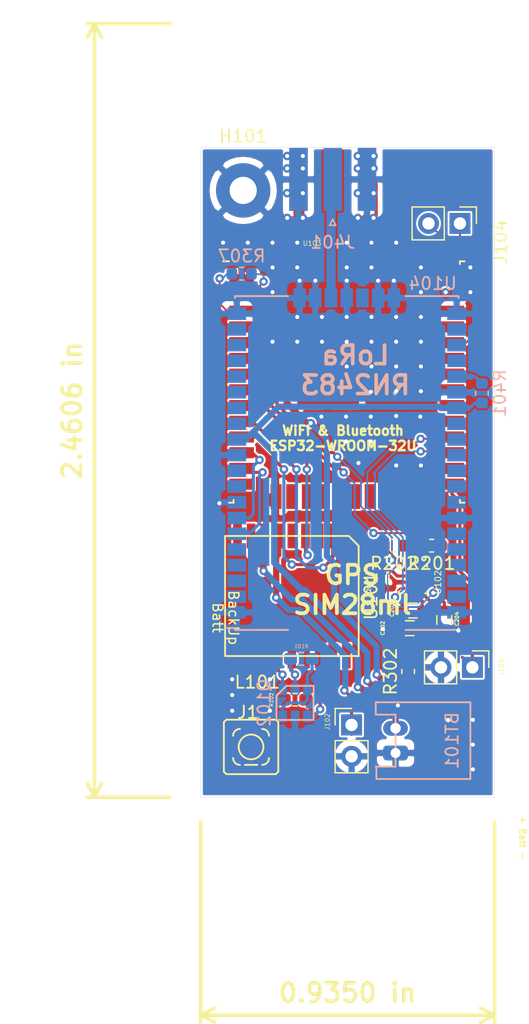
<source format=kicad_pcb>
(kicad_pcb (version 20171130) (host pcbnew 5.0.2+dfsg1-1~bpo9+1)
  (title_block (title "Cowbell ") (date 2019-04-11) (rev v0.4))
  (layers (0 F.Cu signal) (31 B.Cu signal) (34 B.Paste user) (35 F.Paste user) (36 B.SilkS user) (37 F.SilkS user) (38 B.Mask user) (39 F.Mask user) (44 Edge.Cuts user))
  (net 0 "")
  (net 1 GND)
  (net 2 "Net-(U101-Pad15)")
  (net 3 "Net-(U101-Pad16)")
  (net 4 "Net-(U101-Pad17)")
  (net 5 "Net-(U101-Pad7)")
  (net 6 "Net-(U101-Pad18)")
  (net 7 "Net-(U101-Pad5)")
  (net 8 Tx0)
  (net 9 Rx0)
  (net 10 +3V3)
  (net 11 SCL)
  (net 12 SDA)
  (net 13 "Net-(U103-Pad37)")
  (net 14 "Net-(U103-Pad36)")
  (net 15 "Net-(U103-Pad33)")
  (net 16 "Net-(U103-Pad32)")
  (net 17 "Net-(U103-Pad31)")
  (net 18 "Net-(U103-Pad30)")
  (net 19 "Net-(U103-Pad29)")
  (net 20 "Net-(U103-Pad26)")
  (net 21 "Net-(U103-Pad24)")
  (net 22 "Net-(U103-Pad23)")
  (net 23 "Net-(U103-Pad22)")
  (net 24 "Net-(U103-Pad21)")
  (net 25 "Net-(U103-Pad20)")
  (net 26 "Net-(U103-Pad19)")
  (net 27 "Net-(U103-Pad18)")
  (net 28 "Net-(U103-Pad17)")
  (net 29 "Net-(U103-Pad16)")
  (net 30 "Net-(U103-Pad14)")
  (net 31 "Net-(U103-Pad5)")
  (net 32 "Net-(U103-Pad4)")
  (net 33 Tx1)
  (net 34 Rx1)
  (net 35 "Net-(U104-Pad2)")
  (net 36 "Net-(U104-Pad3)")
  (net 37 "Net-(U104-Pad4)")
  (net 38 "Net-(U104-Pad5)")
  (net 39 "Net-(U104-Pad9)")
  (net 40 "Net-(U104-Pad10)")
  (net 41 "Net-(U104-Pad13)")
  (net 42 "Net-(U104-Pad14)")
  (net 43 "Net-(U104-Pad15)")
  (net 44 "Net-(U104-Pad16)")
  (net 45 "Net-(U104-Pad17)")
  (net 46 "Net-(U104-Pad18)")
  (net 47 "Net-(U104-Pad19)")
  (net 48 "Net-(U104-Pad29)")
  (net 49 "Net-(U104-Pad35)")
  (net 50 "Net-(U104-Pad36)")
  (net 51 "Net-(U104-Pad37)")
  (net 52 "Net-(U104-Pad38)")
  (net 53 "Net-(U104-Pad39)")
  (net 54 "Net-(U104-Pad40)")
  (net 55 "Net-(U104-Pad42)")
  (net 56 "Net-(U104-Pad43)")
  (net 57 "Net-(U104-Pad44)")
  (net 58 "Net-(U104-Pad45)")
  (net 59 "Net-(U104-Pad46)")
  (net 60 "Net-(J1-Pad1)")
  (net 61 "Net-(C201-Pad1)")
  (net 62 Int_MAG)
  (net 63 DRDY_MAG)
  (net 64 Extint)
  (net 65 Timepulse)
  (net 66 Int_XL)
  (net 67 "Net-(J104-Pad2)")
  (net 68 "Net-(J104-Pad1)")
  (net 69 "Net-(J105-Pad1)")
  (net 70 "Net-(U104-Pad30)")
  (net 71 "Net-(U104-Pad31)")
  (net 72 "Net-(U104-Pad25)")
  (net 73 /VccGPS_backup)
  (net 74 "Net-(R307-Pad2)")
  (net 75 "Net-(J401-Pad1)")
  (net 76 "Net-(R401-Pad2)")
  (net 77 "Net-(U101-Pad9)")
  (net 78 "Net-(L101-Pad2)")
  (net 79 "Net-(Q102-Pad1)")
  (net 80 "Net-(Q102-Pad2)")
  (net 81 "Net-(Q102-Pad4)")
  (net 82 "Net-(Q102-Pad3)")
  (module Emborg:DMG6601LVT (layer B.Cu) (at 122.82 70.18)
    (fp_text reference Q102 (at -2.5 0 -90) (layer B.SilkS) (effects (justify mirror)))
    (fp_text value DMG6601LVT)
    (pad 6 smd rect (at -1 1.1) (size 0.7 0.95) (layers B.Cu B.Paste B.Mask) (net 82 "Net-(Q102-Pad3)"))
    (pad 1 smd rect (at -1 -1.1) (size 0.7 0.95) (layers B.Cu B.Paste B.Mask) (net 79 "Net-(Q102-Pad1)"))
    (pad 5 smd rect (at 0 1.1) (size 0.7 0.95) (layers B.Cu B.Paste B.Mask) (net 1 GND))
    (pad 2 smd rect (at 0 -1.1) (size 0.7 0.95) (layers B.Cu B.Paste B.Mask) (net 80 "Net-(Q102-Pad2)"))
    (pad 4 smd rect (at 1 1.1) (size 0.7 0.95) (layers B.Cu B.Paste B.Mask) (net 81 "Net-(Q102-Pad4)"))
    (pad 3 smd rect (at 1 -1.1) (size 0.7 0.95) (layers B.Cu B.Paste B.Mask) (net 82 "Net-(Q102-Pad3)"))
  )
  (module Resistor_SMD:R_0603_1608Metric_Pad1.05x0.95mm_HandSolder (layer B.Cu) (at 123.328 66.624)
    (fp_text reference R101 (at 0 -1.016) (layer B.SilkS) (effects (font (size 0.3 0.3) (thickness 0.05)) (justify mirror)))
    (fp_text value 10k)
    (pad 2 smd roundrect (at 0.875 0) (size 1.05 0.95) (layers B.Cu B.Paste B.Mask) (net 82 "Net-(Q102-Pad3)"))
    (pad 1 smd roundrect (at -0.875 0) (size 1.05 0.95) (layers B.Cu B.Paste B.Mask) (net 80 "Net-(Q102-Pad2)"))
  )
  (module Emborg:u.fl (layer F.Cu) (at 119.266 73.736)
    (fp_text reference J1 (at -0.254 -2.794) (layer F.SilkS))
    (fp_text value Conn_Coaxial)
    (pad 1 smd rect (at 0 -1.5) (size 1 1.05) (layers F.Cu F.Paste F.Mask) (net 60 "Net-(J1-Pad1)"))
    (pad 2 smd rect (at -1.475 0.025) (size 1.05 2.2) (layers F.Cu F.Paste F.Mask) (net 1 GND))
    (pad 2 smd rect (at 1.475 0.025) (size 1.05 2.2) (layers F.Cu F.Paste F.Mask) (net 1 GND))
  )
  (module Inductor_SMD:L_0402_1005Metric (layer F.Cu) (at 119.772 69.672)
    (fp_text reference L101 (at 0 -1.17) (layer F.SilkS))
    (fp_text value >27nH)
    (pad 2 smd roundrect (at 0.485 0) (size 0.59 0.64) (layers F.Cu F.Paste F.Mask) (net 78 "Net-(L101-Pad2)"))
    (pad 1 smd roundrect (at -0.485 0) (size 0.59 0.64) (layers F.Cu F.Paste F.Mask) (net 60 "Net-(J1-Pad1)"))
  )
  (module Resistor_SMD:R_0603_1608Metric_Pad1.05x0.95mm_HandSolder (layer F.Cu) (at 122.82 69.926)
    (fp_text reference R102 (at -1.905 0 270) (layer F.SilkS) (effects (font (size 0.3 0.3) (thickness 0.05))))
    (fp_text value 10ohm)
    (pad 2 smd roundrect (at 0.875 0) (size 1.05 0.95) (layers F.Cu F.Paste F.Mask) (net 81 "Net-(Q102-Pad4)"))
    (pad 1 smd roundrect (at -0.875 0) (size 1.05 0.95) (layers F.Cu F.Paste F.Mask) (net 78 "Net-(L101-Pad2)"))
  )
  (module Emborg:SIM28ML (layer F.Cu) (at 122.566 61.544 180)
    (fp_text reference U101 (at -6.4 0 270) (layer F.SilkS))
    (fp_text value SIM28ML)
    (pad 9 smd rect (at 4.4 4.85 180) (size 0.7 2) (layers F.Cu F.Paste F.Mask) (net 77 "Net-(U101-Pad9)"))
    (pad 10 smd rect (at 4.4 -4.85 180) (size 0.7 2) (layers F.Cu F.Paste F.Mask) (net 1 GND))
    (pad 8 smd rect (at 3.3 4.85 180) (size 0.7 2) (layers F.Cu F.Paste F.Mask) (net 10 +3V3))
    (pad 11 smd rect (at 3.3 -4.85 180) (size 0.7 2) (layers F.Cu F.Paste F.Mask) (net 60 "Net-(J1-Pad1)"))
    (pad 7 smd rect (at 2.2 4.85 180) (size 0.7 2) (layers F.Cu F.Paste F.Mask) (net 5 "Net-(U101-Pad7)"))
    (pad 12 smd rect (at 2.2 -4.85 180) (size 0.7 2) (layers F.Cu F.Paste F.Mask) (net 1 GND))
    (pad 6 smd rect (at 1.1 4.85 180) (size 0.7 2) (layers F.Cu F.Paste F.Mask) (net 73 /VccGPS_backup))
    (pad 13 smd rect (at 1.1 -4.85 180) (size 0.7 2) (layers F.Cu F.Paste F.Mask) (net 79 "Net-(Q102-Pad1)"))
    (pad 5 smd rect (at 0 4.85 180) (size 0.7 2) (layers F.Cu F.Paste F.Mask) (net 7 "Net-(U101-Pad5)"))
    (pad 14 smd rect (at 0 -4.85 180) (size 0.7 2) (layers F.Cu F.Paste F.Mask) (net 80 "Net-(Q102-Pad2)"))
    (pad 4 smd rect (at -1.1 4.85 180) (size 0.7 2) (layers F.Cu F.Paste F.Mask) (net 65 Timepulse))
    (pad 15 smd rect (at -1.1 -4.85 180) (size 0.7 2) (layers F.Cu F.Paste F.Mask) (net 2 "Net-(U101-Pad15)"))
    (pad 3 smd rect (at -2.2 4.85 180) (size 0.7 2) (layers F.Cu F.Paste F.Mask) (net 9 Rx0))
    (pad 16 smd rect (at -2.2 -4.85 180) (size 0.7 2) (layers F.Cu F.Paste F.Mask) (net 3 "Net-(U101-Pad16)"))
    (pad 2 smd rect (at -3.3 4.85 180) (size 0.7 2) (layers F.Cu F.Paste F.Mask) (net 8 Tx0))
    (pad 17 smd rect (at -3.3 -4.85 180) (size 0.7 2) (layers F.Cu F.Paste F.Mask) (net 4 "Net-(U101-Pad17)"))
    (pad 1 smd rect (at -4.4 4.85 180) (size 0.7 2) (layers F.Cu F.Paste F.Mask) (net 1 GND))
    (pad 18 smd rect (at -4.4 -4.85 180) (size 0.7 2) (layers F.Cu F.Paste F.Mask) (net 6 "Net-(U101-Pad18)"))
  )
  (module Resistor_SMD:R_0603_1608Metric (layer F.Cu) (at 133.869 57.48 180)
    (fp_text reference R201 (at 0 -1.43 180) (layer F.SilkS))
    (fp_text value 2k2)
    (pad 2 smd roundrect (at 0.7875 0 180) (size 0.875 0.95) (layers F.Cu F.Paste F.Mask) (net 10 +3V3))
    (pad 1 smd roundrect (at -0.7875 0 180) (size 0.875 0.95) (layers F.Cu F.Paste F.Mask) (net 11 SCL))
  )
  (module Resistor_SMD:R_0603_1608Metric (layer F.Cu) (at 130.821 57.48 180)
    (fp_text reference R202 (at 0 -1.43 180) (layer F.SilkS))
    (fp_text value 2k2)
    (pad 2 smd roundrect (at 0.7875 0 180) (size 0.875 0.95) (layers F.Cu F.Paste F.Mask) (net 12 SDA))
    (pad 1 smd roundrect (at -0.7875 0 180) (size 0.875 0.95) (layers F.Cu F.Paste F.Mask) (net 10 +3V3))
  )
  (module Resistor_SMD:R_0603_1608Metric (layer B.Cu) (at 137.933 45.161 90)
    (fp_text reference R401 (at 0 1.43 90) (layer B.SilkS) (effects (justify mirror)))
    (fp_text value 10k)
    (pad 2 smd roundrect (at 0.7875 0 90) (size 0.875 0.95) (layers B.Cu B.Paste B.Mask) (net 76 "Net-(R401-Pad2)"))
    (pad 1 smd roundrect (at -0.7875 0 90) (size 0.875 0.95) (layers B.Cu B.Paste B.Mask) (net 10 +3V3))
  )
  (module Resistor_SMD:R_0603_1608Metric (layer F.Cu) (at 131.964 67.64 90)
    (fp_text reference R302 (at 0 -1.43 90) (layer F.SilkS))
    (fp_text value 2k2)
    (pad 2 smd roundrect (at 0.7875 0 90) (size 0.875 0.95) (layers F.Cu F.Paste F.Mask) (net 69 "Net-(J105-Pad1)"))
    (pad 1 smd roundrect (at -0.7875 0 90) (size 0.875 0.95) (layers F.Cu F.Paste F.Mask) (net 10 +3V3))
  )
  (module Resistor_SMD:R_0603_1608Metric (layer B.Cu) (at 118.502 35.509 180)
    (fp_text reference R307 (at 0 1.43 180) (layer B.SilkS) (effects (justify mirror)))
    (fp_text value 2k2)
    (pad 2 smd roundrect (at 0.7875 0 180) (size 0.875 0.95) (layers B.Cu B.Paste B.Mask) (net 74 "Net-(R307-Pad2)"))
    (pad 1 smd roundrect (at -0.7875 0 180) (size 0.875 0.95) (layers B.Cu B.Paste B.Mask) (net 10 +3V3))
  )
  (module Emborg:SMA_EdgeMount (layer B.Cu) (at 125.868 27.889 90)
    (fp_text reference J401 (at -5.08 0) (layer B.SilkS) (effects (justify mirror)))
    (fp_text value Conn_Coaxial)
    (pad 1 smd rect (at 0 0) (size 1.5 5.08) (layers B.Cu B.Paste B.Mask) (net 75 "Net-(J401-Pad1)"))
    (pad 2 smd rect (at 0 2.77) (size 1.5 5.08) (layers B.Cu B.Paste B.Mask) (net 1 GND))
    (pad 2 smd rect (at 0 -2.77) (size 1.5 5.08) (layers B.Cu B.Paste B.Mask) (net 1 GND))
    (pad 2 smd rect (at 0 2.77) (size 1.5 5.08) (layers F.Cu F.Paste F.Mask) (net 1 GND))
    (pad 2 smd rect (at 0 -2.77) (size 1.5 5.08) (layers F.Cu F.Paste F.Mask) (net 1 GND))
  )
  (module Emborg:batt_Connector (layer B.Cu) (at 130.948 73.228 90)
    (fp_text reference BT101 (at 0 4.572 90) (layer B.SilkS) (effects (justify mirror)))
    (fp_text value Battery_Cell)
    (pad 1 thru_hole oval (at 1 0 90) (size 1.2 2) (drill 0.85) (layers *.Cu *.Mask) (net 10 +3V3))
    (pad 2 thru_hole roundrect (at -1 0 90) (size 1.2 2) (drill 0.805) (layers *.Cu *.Mask) (net 1 GND))
  )
  (module Emborg:RN2483 (layer B.Cu) (at 127 50.8)
    (fp_text reference U104 (at 6.95 -14.5) (layer B.SilkS) (effects (justify mirror)))
    (fp_text value RN2483A-I)
    (pad 47 smd rect (at 8.89 12.065 270) (size 1.016 1.524) (layers B.Cu B.Paste B.Mask) (net 1 GND))
    (pad 46 smd rect (at 8.89 10.795 270) (size 1.016 1.524) (layers B.Cu B.Paste B.Mask) (net 59 "Net-(U104-Pad46)"))
    (pad 45 smd rect (at 8.89 9.525 270) (size 1.016 1.524) (layers B.Cu B.Paste B.Mask) (net 58 "Net-(U104-Pad45)"))
    (pad 44 smd rect (at 8.89 8.255 270) (size 1.016 1.524) (layers B.Cu B.Paste B.Mask) (net 57 "Net-(U104-Pad44)"))
    (pad 43 smd rect (at 8.89 6.985 270) (size 1.016 1.524) (layers B.Cu B.Paste B.Mask) (net 56 "Net-(U104-Pad43)"))
    (pad 42 smd rect (at 8.89 5.715 270) (size 1.016 1.524) (layers B.Cu B.Paste B.Mask) (net 55 "Net-(U104-Pad42)"))
    (pad 41 smd rect (at 8.89 4.445 270) (size 1.016 1.524) (layers B.Cu B.Paste B.Mask) (net 1 GND))
    (pad 40 smd rect (at 8.89 3.175 270) (size 1.016 1.524) (layers B.Cu B.Paste B.Mask) (net 54 "Net-(U104-Pad40)"))
    (pad 39 smd rect (at 8.89 1.905 270) (size 1.016 1.524) (layers B.Cu B.Paste B.Mask) (net 53 "Net-(U104-Pad39)"))
    (pad 38 smd rect (at 8.89 0.635 270) (size 1.016 1.524) (layers B.Cu B.Paste B.Mask) (net 52 "Net-(U104-Pad38)"))
    (pad 37 smd rect (at 8.89 -0.635 270) (size 1.016 1.524) (layers B.Cu B.Paste B.Mask) (net 51 "Net-(U104-Pad37)"))
    (pad 36 smd rect (at 8.89 -1.905 270) (size 1.016 1.524) (layers B.Cu B.Paste B.Mask) (net 50 "Net-(U104-Pad36)"))
    (pad 35 smd rect (at 8.89 -3.175 270) (size 1.016 1.524) (layers B.Cu B.Paste B.Mask) (net 49 "Net-(U104-Pad35)"))
    (pad 34 smd rect (at 8.89 -4.445 270) (size 1.016 1.524) (layers B.Cu B.Paste B.Mask) (net 10 +3V3))
    (pad 33 smd rect (at 8.89 -5.715 270) (size 1.016 1.524) (layers B.Cu B.Paste B.Mask) (net 1 GND))
    (pad 32 smd rect (at 8.89 -6.985 270) (size 1.016 1.524) (layers B.Cu B.Paste B.Mask) (net 76 "Net-(R401-Pad2)"))
    (pad 31 smd rect (at 8.89 -8.255 270) (size 1.016 1.524) (layers B.Cu B.Paste B.Mask) (net 71 "Net-(U104-Pad31)"))
    (pad 30 smd rect (at 8.89 -9.525 270) (size 1.016 1.524) (layers B.Cu B.Paste B.Mask) (net 70 "Net-(U104-Pad30)"))
    (pad 29 smd rect (at 8.89 -10.795 270) (size 1.016 1.524) (layers B.Cu B.Paste B.Mask) (net 48 "Net-(U104-Pad29)"))
    (pad 28 smd rect (at 8.89 -12.065 270) (size 1.016 1.524) (layers B.Cu B.Paste B.Mask) (net 1 GND))
    (pad 27 smd rect (at 3.81 -13.335) (size 1.016 1.524) (layers B.Cu B.Paste B.Mask) (net 1 GND))
    (pad 26 smd rect (at 2.54 -13.335) (size 1.016 1.524) (layers B.Cu B.Paste B.Mask) (net 1 GND))
    (pad 25 smd rect (at 1.27 -13.335) (size 1.016 1.524) (layers B.Cu B.Paste B.Mask) (net 72 "Net-(U104-Pad25)"))
    (pad 24 smd rect (at 0 -13.335) (size 1.016 1.524) (layers B.Cu B.Paste B.Mask) (net 1 GND))
    (pad 23 smd rect (at -1.27 -13.335) (size 1.016 1.524) (layers B.Cu B.Paste B.Mask) (net 75 "Net-(J401-Pad1)"))
    (pad 22 smd rect (at -2.54 -13.335) (size 1.016 1.524) (layers B.Cu B.Paste B.Mask) (net 1 GND))
    (pad 21 smd rect (at -3.81 -13.335) (size 1.016 1.524) (layers B.Cu B.Paste B.Mask) (net 1 GND))
    (pad 20 smd rect (at -8.89 -12.065 270) (size 1.016 1.524) (layers B.Cu B.Paste B.Mask) (net 1 GND))
    (pad 19 smd rect (at -8.89 -10.795 270) (size 1.016 1.524) (layers B.Cu B.Paste B.Mask) (net 47 "Net-(U104-Pad19)"))
    (pad 18 smd rect (at -8.89 -9.525 270) (size 1.016 1.524) (layers B.Cu B.Paste B.Mask) (net 46 "Net-(U104-Pad18)"))
    (pad 17 smd rect (at -8.89 -8.255 270) (size 1.016 1.524) (layers B.Cu B.Paste B.Mask) (net 45 "Net-(U104-Pad17)"))
    (pad 16 smd rect (at -8.89 -6.985 270) (size 1.016 1.524) (layers B.Cu B.Paste B.Mask) (net 44 "Net-(U104-Pad16)"))
    (pad 15 smd rect (at -8.89 -5.715 270) (size 1.016 1.524) (layers B.Cu B.Paste B.Mask) (net 43 "Net-(U104-Pad15)"))
    (pad 14 smd rect (at -8.89 -4.445 270) (size 1.016 1.524) (layers B.Cu B.Paste B.Mask) (net 42 "Net-(U104-Pad14)"))
    (pad 13 smd rect (at -8.89 -3.175 270) (size 1.016 1.524) (layers B.Cu B.Paste B.Mask) (net 41 "Net-(U104-Pad13)"))
    (pad 12 smd rect (at -8.89 -1.905 270) (size 1.016 1.524) (layers B.Cu B.Paste B.Mask) (net 10 +3V3))
    (pad 11 smd rect (at -8.89 -0.635 270) (size 1.016 1.524) (layers B.Cu B.Paste B.Mask) (net 1 GND))
    (pad 10 smd rect (at -8.89 0.635 270) (size 1.016 1.524) (layers B.Cu B.Paste B.Mask) (net 40 "Net-(U104-Pad10)"))
    (pad 9 smd rect (at -8.89 1.905 270) (size 1.016 1.524) (layers B.Cu B.Paste B.Mask) (net 39 "Net-(U104-Pad9)"))
    (pad 8 smd rect (at -8.89 3.175 270) (size 1.016 1.524) (layers B.Cu B.Paste B.Mask) (net 1 GND))
    (pad 7 smd rect (at -8.89 4.445 270) (size 1.016 1.524) (layers B.Cu B.Paste B.Mask) (net 34 Rx1))
    (pad 6 smd rect (at -8.89 5.715 270) (size 1.016 1.524) (layers B.Cu B.Paste B.Mask) (net 33 Tx1))
    (pad 5 smd rect (at -8.89 6.985 270) (size 1.016 1.524) (layers B.Cu B.Paste B.Mask) (net 38 "Net-(U104-Pad5)"))
    (pad 4 smd rect (at -8.89 8.255 270) (size 1.016 1.524) (layers B.Cu B.Paste B.Mask) (net 37 "Net-(U104-Pad4)"))
    (pad 3 smd rect (at -8.89 9.525 270) (size 1.016 1.524) (layers B.Cu B.Paste B.Mask) (net 36 "Net-(U104-Pad3)"))
    (pad 2 smd rect (at -8.89 10.795 270) (size 1.016 1.524) (layers B.Cu B.Paste B.Mask) (net 35 "Net-(U104-Pad2)"))
    (pad 1 smd roundrect (at -8.89 12.065 270) (size 1.016 1.524) (layers B.Cu B.Paste B.Mask) (net 1 GND))
  )
  (module Emborg:QFN-12_2x2_lsm303c (layer F.Cu) (at 132.35 60.18 270)
    (fp_text reference U102 (at 0.254 -2.032 270) (layer F.SilkS) (effects (font (size 0.5 0.5) (thickness 0.075))))
    (fp_text value LSM303C)
    (pad 12 smd rect (at -0.25 -0.75 270) (size 0.25 0.275) (layers F.Cu F.Paste F.Mask) (net 66 Int_XL))
    (pad 11 smd rect (at 0.25 -0.75 270) (size 0.25 0.275) (layers F.Cu F.Paste F.Mask) (net 63 DRDY_MAG))
    (pad 10 smd rect (at 0.75 -0.75) (size 0.25 0.275) (layers F.Cu F.Paste F.Mask) (net 10 +3V3))
    (pad 9 smd rect (at 0.75 -0.25) (size 0.25 0.275) (layers F.Cu F.Paste F.Mask) (net 10 +3V3))
    (pad 8 smd rect (at 0.75 0.25) (size 0.25 0.275) (layers F.Cu F.Paste F.Mask) (net 1 GND))
    (pad 7 smd rect (at 0.75 0.75) (size 0.25 0.275) (layers F.Cu F.Paste F.Mask) (net 62 Int_MAG))
    (pad 6 smd rect (at 0.25 0.75 270) (size 0.25 0.275) (layers F.Cu F.Paste F.Mask) (net 1 GND))
    (pad 5 smd rect (at -0.25 0.75 270) (size 0.25 0.275) (layers F.Cu F.Paste F.Mask) (net 61 "Net-(C201-Pad1)"))
    (pad 4 smd rect (at -0.75 0.75) (size 0.25 0.275) (layers F.Cu F.Paste F.Mask) (net 12 SDA))
    (pad 3 smd rect (at -0.75 0.25) (size 0.25 0.275) (layers F.Cu F.Paste F.Mask) (net 10 +3V3))
    (pad 2 smd rect (at -0.75 -0.25) (size 0.25 0.275) (layers F.Cu F.Paste F.Mask) (net 10 +3V3))
    (pad 1 smd rect (at -0.75 -0.75) (size 0.25 0.275) (layers F.Cu F.Paste F.Mask) (net 11 SCL))
  )
  (module Emborg:SP32-WROOM-32U (layer F.Cu) (at 127 44.255)
    (fp_text reference U103 (at -2.8 -11.205) (layer F.SilkS) (effects (font (size 0.381 0.381) (thickness 0.0508))))
    (fp_text value ESP32-WROOM-32)
    (pad 1 smd rect (at -8.5 -8.255 90) (size 0.9 2) (layers F.Cu F.Paste F.Mask) (net 1 GND))
    (pad 2 smd rect (at -8.5 -6.985 90) (size 0.9 2) (layers F.Cu F.Paste F.Mask) (net 10 +3V3))
    (pad 3 smd rect (at -8.5 -5.715 90) (size 0.9 2) (layers F.Cu F.Paste F.Mask) (net 74 "Net-(R307-Pad2)"))
    (pad 4 smd rect (at -8.5 -4.445 90) (size 0.9 2) (layers F.Cu F.Paste F.Mask) (net 32 "Net-(U103-Pad4)"))
    (pad 5 smd rect (at -8.5 -3.175 90) (size 0.9 2) (layers F.Cu F.Paste F.Mask) (net 31 "Net-(U103-Pad5)"))
    (pad 6 smd rect (at -8.5 -1.905 90) (size 0.9 2) (layers F.Cu F.Paste F.Mask) (net 12 SDA))
    (pad 7 smd rect (at -8.5 -0.635 90) (size 0.9 2) (layers F.Cu F.Paste F.Mask) (net 11 SCL))
    (pad 8 smd rect (at -8.5 0.635 90) (size 0.9 2) (layers F.Cu F.Paste F.Mask) (net 65 Timepulse))
    (pad 9 smd rect (at -8.5 1.905 90) (size 0.9 2) (layers F.Cu F.Paste F.Mask) (net 64 Extint))
    (pad 10 smd rect (at -8.5 3.175 90) (size 0.9 2) (layers F.Cu F.Paste F.Mask) (net 8 Tx0))
    (pad 11 smd rect (at -8.5 4.445 90) (size 0.9 2) (layers F.Cu F.Paste F.Mask) (net 9 Rx0))
    (pad 12 smd rect (at -8.5 5.715 90) (size 0.9 2) (layers F.Cu F.Paste F.Mask) (net 34 Rx1))
    (pad 13 smd rect (at -8.5 6.985 90) (size 0.9 2) (layers F.Cu F.Paste F.Mask) (net 33 Tx1))
    (pad 14 smd rect (at -8.5 8.255 90) (size 0.9 2) (layers F.Cu F.Paste F.Mask) (net 30 "Net-(U103-Pad14)"))
    (pad 15 smd rect (at -5.715 9.255) (size 0.9 2) (layers F.Cu F.Paste F.Mask) (net 1 GND))
    (pad 16 smd rect (at -4.445 9.255) (size 0.9 2) (layers F.Cu F.Paste F.Mask) (net 29 "Net-(U103-Pad16)"))
    (pad 17 smd rect (at -3.175 9.255) (size 0.9 2) (layers F.Cu F.Paste F.Mask) (net 28 "Net-(U103-Pad17)"))
    (pad 18 smd rect (at -1.905 9.255) (size 0.9 2) (layers F.Cu F.Paste F.Mask) (net 27 "Net-(U103-Pad18)"))
    (pad 19 smd rect (at -0.635 9.255) (size 0.9 2) (layers F.Cu F.Paste F.Mask) (net 26 "Net-(U103-Pad19)"))
    (pad 20 smd rect (at 0.635 9.255) (size 0.9 2) (layers F.Cu F.Paste F.Mask) (net 25 "Net-(U103-Pad20)"))
    (pad 21 smd rect (at 1.905 9.255) (size 0.9 2) (layers F.Cu F.Paste F.Mask) (net 24 "Net-(U103-Pad21)"))
    (pad 22 smd rect (at 3.175 9.255) (size 0.9 2) (layers F.Cu F.Paste F.Mask) (net 23 "Net-(U103-Pad22)"))
    (pad 23 smd rect (at 4.445 9.255) (size 0.9 2) (layers F.Cu F.Paste F.Mask) (net 22 "Net-(U103-Pad23)"))
    (pad 24 smd rect (at 5.715 9.255) (size 0.9 2) (layers F.Cu F.Paste F.Mask) (net 21 "Net-(U103-Pad24)"))
    (pad 25 smd rect (at 8.5 8.255 90) (size 0.9 2) (layers F.Cu F.Paste F.Mask) (net 69 "Net-(J105-Pad1)"))
    (pad 26 smd rect (at 8.5 6.985 90) (size 0.9 2) (layers F.Cu F.Paste F.Mask) (net 20 "Net-(U103-Pad26)"))
    (pad 27 smd rect (at 8.5 5.715 90) (size 0.9 2) (layers F.Cu F.Paste F.Mask) (net 62 Int_MAG))
    (pad 28 smd rect (at 8.5 4.445 90) (size 0.9 2) (layers F.Cu F.Paste F.Mask) (net 66 Int_XL))
    (pad 29 smd rect (at 8.5 3.175 90) (size 0.9 2) (layers F.Cu F.Paste F.Mask) (net 19 "Net-(U103-Pad29)"))
    (pad 30 smd rect (at 8.5 1.905 90) (size 0.9 2) (layers F.Cu F.Paste F.Mask) (net 18 "Net-(U103-Pad30)"))
    (pad 31 smd rect (at 8.5 0.635 90) (size 0.9 2) (layers F.Cu F.Paste F.Mask) (net 17 "Net-(U103-Pad31)"))
    (pad 32 smd rect (at 8.5 -0.635 90) (size 0.9 2) (layers F.Cu F.Paste F.Mask) (net 16 "Net-(U103-Pad32)"))
    (pad 33 smd rect (at 8.5 -1.905 90) (size 0.9 2) (layers F.Cu F.Paste F.Mask) (net 15 "Net-(U103-Pad33)"))
    (pad 34 smd rect (at 8.5 -3.175 90) (size 0.9 2) (layers F.Cu F.Paste F.Mask) (net 68 "Net-(J104-Pad1)"))
    (pad 35 smd rect (at 8.5 -4.445 90) (size 0.9 2) (layers F.Cu F.Paste F.Mask) (net 67 "Net-(J104-Pad2)"))
    (pad 36 smd rect (at 8.5 -5.715 90) (size 0.9 2) (layers F.Cu F.Paste F.Mask) (net 14 "Net-(U103-Pad36)"))
    (pad 37 smd rect (at 8.5 -6.985 90) (size 0.9 2) (layers F.Cu F.Paste F.Mask) (net 13 "Net-(U103-Pad37)"))
    (pad 38 smd rect (at 8.5 -8.255 90) (size 0.9 2) (layers F.Cu F.Paste F.Mask) (net 1 GND))
    (pad 39 smd rect (at -1.5 -0.755) (size 5 5) (layers F.Cu F.Paste F.Mask) (net 1 GND))
  )
  (module Pin_Headers:Pin_Header_Straight_1x02_Pitch2.54mm (layer F.Cu) (at 137.16 67.31 270)
    (fp_text reference J105 (at 0 -2.33 270) (layer F.SilkS) (effects (font (size 0.381 0.381) (thickness 0.0508))))
    (fp_text value Conn_01x02_Male)
    (pad 2 thru_hole oval (at 0 2.54 270) (size 1.7 1.7) (drill 1) (layers *.Cu *.Mask) (net 1 GND))
    (pad 1 thru_hole rect (at 0 0 270) (size 1.7 1.7) (drill 1) (layers *.Cu *.Mask) (net 69 "Net-(J105-Pad1)"))
  )
  (module Pin_Headers:Pin_Header_Straight_1x02_Pitch2.54mm (layer F.Cu) (at 127.392 71.958)
    (fp_text reference J102 (at -1.95 -0.25 -90) (layer F.SilkS) (effects (font (size 0.381 0.381) (thickness 0.0508))))
    (fp_text value Conn_01x02_Male)
    (pad 2 thru_hole oval (at 0 2.54) (size 1.7 1.7) (drill 1) (layers *.Cu *.Mask) (net 1 GND))
    (pad 1 thru_hole rect (at 0 0) (size 1.7 1.7) (drill 1) (layers *.Cu *.Mask) (net 73 /VccGPS_backup))
  )
  (module Mounting_Holes:MountingHole_2.2mm_M2_Pad (layer F.Cu) (at 118.629 28.778)
    (fp_text reference H101 (at 0 -4.382) (layer F.SilkS))
    (fp_text value MountingHole_Pad)
    (pad 1 thru_hole circle (at 0 0) (size 4.4 4.4) (drill 2.2) (layers *.Cu *.Mask) (net 1 GND))
  )
  (module Capacitors_SMD:C_0603 (layer F.Cu) (at 129.81 60.18 270)
    (fp_text reference C201 (at 0.762 1.016 90) (layer F.SilkS) (effects (font (size 0.3 0.3) (thickness 0.075))))
    (fp_text value 0.1µF)
    (pad 2 smd rect (at 0.75 0 270) (size 0.8 0.75) (layers F.Cu F.Paste F.Mask) (net 1 GND))
    (pad 1 smd rect (at -0.75 0 270) (size 0.8 0.75) (layers F.Cu F.Paste F.Mask) (net 61 "Net-(C201-Pad1)"))
  )
  (module Capacitors_SMD:C_0603 (layer F.Cu) (at 134.89 63.482 270)
    (fp_text reference C204 (at -0.086 -1.018 270) (layer F.SilkS) (effects (font (size 0.3 0.3) (thickness 0.075))))
    (fp_text value 0.1µF)
    (pad 1 smd rect (at -0.75 0 270) (size 0.8 0.75) (layers F.Cu F.Paste F.Mask) (net 10 +3V3))
    (pad 2 smd rect (at 0.75 0 270) (size 0.8 0.75) (layers F.Cu F.Paste F.Mask) (net 1 GND))
  )
  (module Capacitors_SMD:C_0603 (layer F.Cu) (at 132.35 62.72 180)
    (fp_text reference C203 (at 1.692 0.074 90) (layer F.SilkS) (effects (font (size 0.3 0.3) (thickness 0.075))))
    (fp_text value 0.1µF)
    (pad 1 smd rect (at -0.75 0 180) (size 0.8 0.75) (layers F.Cu F.Paste F.Mask) (net 10 +3V3))
    (pad 2 smd rect (at 0.75 0 180) (size 0.8 0.75) (layers F.Cu F.Paste F.Mask) (net 1 GND))
  )
  (module Capacitors_SMD:C_0603_HandSoldering (layer F.Cu) (at 132.096 64.146 180)
    (fp_text reference C202 (at 2.188 0 90) (layer F.SilkS) (effects (font (size 0.3 0.3) (thickness 0.075))))
    (fp_text value 10µF)
    (pad 2 smd rect (at 0.95 0 180) (size 1.2 0.75) (layers F.Cu F.Paste F.Mask) (net 1 GND))
    (pad 1 smd rect (at -0.95 0 180) (size 1.2 0.75) (layers F.Cu F.Paste F.Mask) (net 10 +3V3))
  )
  (module Pin_Headers:Pin_Header_Straight_1x02_Pitch2.54mm (layer F.Cu) (at 136.155 31.445 270)
    (fp_text reference J104 (at 1.5 -3.294 270) (layer F.SilkS))
    (fp_text value Conn_01x02_Male)
    (pad 1 thru_hole rect (at 0 0 270) (size 1.7 1.7) (drill 1) (layers *.Cu *.Mask) (net 68 "Net-(J104-Pad1)"))
    (pad 2 thru_hole oval (at 0 2.54 270) (size 1.7 1.7) (drill 1) (layers *.Cu *.Mask) (net 67 "Net-(J104-Pad2)"))
  )
  (gr_text "+ Batt -" (at 141.235 81.102 270) (layer F.SilkS) (effects (font (size 0.5 0.5) (thickness 0.125))))
  (gr_text "BackUp\nBatt" (at 117.2 63.3 270) (layer F.SilkS) (effects (font (size 0.8 0.8) (thickness 0.125))))
  (gr_text "GPS\nSIM28ml" (at 127.45 61.05) (layer F.SilkS) (effects (font (size 1.5 1.5) (thickness 0.3))))
  (gr_text "WiFi & Bluetooth\nESP32-WROOM-32U" (at 126.7 48.8) (layer F.SilkS) (effects (font (size 0.762 0.762) (thickness 0.1905))))
  (gr_text "LoRa\nRN2483" (at 127.7 43.3) (layer B.SilkS) (effects (font (size 1.5 1.5) (thickness 0.3)) (justify mirror)))
  (gr_line (start 115.2 25.3) (end 115.2 77.8) (layer Edge.Cuts) (width 0.0254))
  (gr_line (start 132.7 25.3) (end 115.2 25.3) (layer Edge.Cuts) (width 0.0254))
  (gr_line (start 133.7 25.3) (end 132.7 25.3) (layer Edge.Cuts) (width 0.0254))
  (gr_line (start 138.95 25.3) (end 133.7 25.3) (layer Edge.Cuts) (width 0.0254))
  (gr_line (start 138.95 77.8) (end 138.95 25.3) (layer Edge.Cuts) (width 0.0254))
  (gr_line (start 115.2 77.8) (end 138.95 77.8) (layer Edge.Cuts) (width 0.0254))
  (dimension 23.75 (width 0.3) (layer F.SilkS) (gr_text "23.750 mm" (at 127.075 97.509791) (layer F.SilkS) (effects (font (size 1.5 1.5) (thickness 0.3)))) (feature1 (pts (xy 138.95 79.8) (xy 138.95 95.996212))) (feature2 (pts (xy 115.2 79.8) (xy 115.2 95.996212))) (crossbar (pts (xy 115.2 95.409791) (xy 138.95 95.409791))) (arrow1a (pts (xy 138.95 95.409791) (xy 137.823496 95.996212))) (arrow1b (pts (xy 138.95 95.409791) (xy 137.823496 94.82337))) (arrow2a (pts (xy 115.2 95.409791) (xy 116.326504 95.996212))) (arrow2b (pts (xy 115.2 95.409791) (xy 116.326504 94.82337))))
  (dimension 62.5 (width 0.3) (layer F.SilkS) (gr_text "62.500 mm" (at 104.500946 46.55 270) (layer F.SilkS) (effects (font (size 1.5 1.5) (thickness 0.3)))) (feature1 (pts (xy 112.7 77.8) (xy 106.014525 77.8))) (feature2 (pts (xy 112.7 15.3) (xy 106.014525 15.3))) (crossbar (pts (xy 106.600946 15.3) (xy 106.600946 77.8))) (arrow1a (pts (xy 106.600946 77.8) (xy 106.014525 76.673496))) (arrow1b (pts (xy 106.600946 77.8) (xy 107.187367 76.673496))) (arrow2a (pts (xy 106.600946 15.3) (xy 106.014525 16.426504))) (arrow2b (pts (xy 106.600946 15.3) (xy 107.187367 16.426504))))
  (via (at 127 36.068) (size 0.6858) (drill 0.3302) (layers F.Cu B.Cu) (net 1))
  (via (at 129.54 36.068) (size 0.6858) (drill 0.3302) (layers F.Cu B.Cu) (net 1))
  (via (at 130.81 36.068) (size 0.6858) (drill 0.3302) (layers F.Cu B.Cu) (net 1))
  (via (at 124.46 36.068) (size 0.6858) (drill 0.3302) (layers F.Cu B.Cu) (net 1))
  (via (at 123.19 36.068) (size 0.6858) (drill 0.3302) (layers F.Cu B.Cu) (net 1))
  (via (at 121 35) (size 0.6858) (drill 0.3302) (layers F.Cu B.Cu) (net 1))
  (via (at 123.455 31) (size 0.6858) (drill 0.3302) (layers F.Cu B.Cu) (net 1))
  (via (at 127.9 29) (size 0.6858) (drill 0.3302) (layers F.Cu B.Cu) (net 1))
  (via (at 127.9 27) (size 0.6858) (drill 0.3302) (layers F.Cu B.Cu) (net 1))
  (via (at 127.9 31) (size 0.6858) (drill 0.3302) (layers F.Cu B.Cu) (net 1))
  (via (at 129 35) (size 0.6858) (drill 0.3302) (layers F.Cu B.Cu) (net 1))
  (via (at 121 37) (size 0.6858) (drill 0.3302) (layers F.Cu B.Cu) (net 1))
  (via (at 122.185 31) (size 0.6858) (drill 0.3302) (layers F.Cu B.Cu) (net 1))
  (via (at 123 39) (size 0.6858) (drill 0.3302) (layers F.Cu B.Cu) (net 1))
  (via (at 125 39) (size 0.6858) (drill 0.3302) (layers F.Cu B.Cu) (net 1))
  (via (at 127 39) (size 0.6858) (drill 0.3302) (layers F.Cu B.Cu) (net 1))
  (via (at 129 39) (size 0.6858) (drill 0.3302) (layers F.Cu B.Cu) (net 1))
  (via (at 131 39) (size 0.6858) (drill 0.3302) (layers F.Cu B.Cu) (net 1))
  (via (at 133 39) (size 0.6858) (drill 0.3302) (layers F.Cu B.Cu) (net 1))
  (via (at 133 37) (size 0.6858) (drill 0.3302) (layers F.Cu B.Cu) (net 1))
  (via (at 133 35) (size 0.6858) (drill 0.3302) (layers F.Cu B.Cu) (net 1))
  (via (at 133 41) (size 0.6858) (drill 0.3302) (layers F.Cu B.Cu) (net 1))
  (via (at 131 41) (size 0.6858) (drill 0.3302) (layers F.Cu B.Cu) (net 1))
  (via (at 129 41) (size 0.6858) (drill 0.3302) (layers F.Cu B.Cu) (net 1))
  (via (at 127 41) (size 0.6858) (drill 0.3302) (layers F.Cu B.Cu) (net 1))
  (via (at 125 41) (size 0.6858) (drill 0.3302) (layers F.Cu B.Cu) (net 1))
  (via (at 123 41) (size 0.6858) (drill 0.3302) (layers F.Cu B.Cu) (net 1))
  (via (at 121 41) (size 0.6858) (drill 0.3302) (layers F.Cu B.Cu) (net 1))
  (via (at 137 37) (size 0.6858) (drill 0.3302) (layers F.Cu B.Cu) (net 1))
  (via (at 137 35) (size 0.6858) (drill 0.3302) (layers F.Cu B.Cu) (net 1))
  (via (at 129 33) (size 0.6858) (drill 0.3302) (layers F.Cu B.Cu) (net 1))
  (segment (start 132.1 60.93) (end 132.1 61.7) (width 0.254) (layer F.Cu) (net 1))
  (segment (start 131.6 62.091) (end 131.6 62.72) (width 0.254) (layer F.Cu) (net 1))
  (segment (start 131.991 61.7) (end 131.6 62.091) (width 0.254) (layer F.Cu) (net 1))
  (segment (start 132.1 61.7) (end 131.991 61.7) (width 0.254) (layer F.Cu) (net 1))
  (segment (start 131.6 60.43) (end 131.084 60.43) (width 0.254) (layer F.Cu) (net 1))
  (segment (start 130.584 60.93) (end 129.81 60.93) (width 0.254) (layer F.Cu) (net 1))
  (segment (start 131.084 60.43) (end 130.584 60.93) (width 0.254) (layer F.Cu) (net 1))
  (segment (start 131.838 60.43) (end 131.6 60.43) (width 0.1524) (layer F.Cu) (net 1))
  (segment (start 132.1 60.93) (end 132.1 60.692) (width 0.1524) (layer F.Cu) (net 1))
  (segment (start 132.1 60.692) (end 131.838 60.43) (width 0.1524) (layer F.Cu) (net 1))
  (via (at 133 43) (size 0.6858) (drill 0.3302) (layers F.Cu B.Cu) (net 1))
  (via (at 131 43) (size 0.6858) (drill 0.3302) (layers F.Cu B.Cu) (net 1))
  (via (at 129 43) (size 0.6858) (drill 0.3302) (layers F.Cu B.Cu) (net 1))
  (via (at 127 43) (size 0.6858) (drill 0.3302) (layers F.Cu B.Cu) (net 1))
  (via (at 133 45) (size 0.6858) (drill 0.3302) (layers F.Cu B.Cu) (net 1))
  (via (at 131 45) (size 0.6858) (drill 0.3302) (layers F.Cu B.Cu) (net 1))
  (via (at 131 47) (size 0.6858) (drill 0.3302) (layers F.Cu B.Cu) (net 1))
  (via (at 133 51) (size 0.6858) (drill 0.3302) (layers F.Cu B.Cu) (net 1))
  (via (at 131 51) (size 0.6858) (drill 0.3302) (layers F.Cu B.Cu) (net 1))
  (segment (start 121.958999 30.895001) (end 122.335001 30.895001) (width 0.254) (layer F.Cu) (net 1))
  (segment (start 122.44 31) (end 123 31) (width 0.254) (layer F.Cu) (net 1))
  (segment (start 122.335001 30.895001) (end 122.44 31) (width 0.254) (layer F.Cu) (net 1))
  (segment (start 122.82 28.27) (end 122.82 33.034) (width 0.254) (layer F.Cu) (net 1))
  (via (at 116.7 54.05) (size 0.6858) (drill 0.3302) (layers F.Cu B.Cu) (net 1))
  (via (at 123.455 29) (size 0.6858) (drill 0.3302) (layers F.Cu B.Cu) (net 1))
  (via (at 123.455 27) (size 0.6858) (drill 0.3302) (layers F.Cu B.Cu) (net 1))
  (via (at 123.455 26) (size 0.6858) (drill 0.3302) (layers F.Cu B.Cu) (net 1))
  (via (at 127.9 26) (size 0.6858) (drill 0.3302) (layers F.Cu B.Cu) (net 1))
  (via (at 122.185 29) (size 0.6858) (drill 0.3302) (layers F.Cu B.Cu) (net 1))
  (via (at 122.185 27) (size 0.6858) (drill 0.3302) (layers F.Cu B.Cu) (net 1))
  (via (at 122.185 26) (size 0.6858) (drill 0.3302) (layers F.Cu B.Cu) (net 1))
  (via (at 123 33) (size 0.6858) (drill 0.3302) (layers F.Cu B.Cu) (net 1))
  (via (at 127 33) (size 0.6858) (drill 0.3302) (layers F.Cu B.Cu) (net 1))
  (via (at 123 35) (size 0.6858) (drill 0.3302) (layers F.Cu B.Cu) (net 1))
  (via (at 127 35) (size 0.6858) (drill 0.3302) (layers F.Cu B.Cu) (net 1))
  (segment (start 118.2 65.55) (end 118.11 62.865) (width 0.254) (layer B.Cu) (net 1))
  (segment (start 129.38 31.692) (end 129.38 33.052) (width 0.254) (layer B.Cu) (net 1))
  (segment (start 129.328 33) (end 129 33) (width 0.254) (layer B.Cu) (net 1))
  (segment (start 129.38 33.052) (end 129.328 33) (width 0.254) (layer B.Cu) (net 1))
  (segment (start 120.745 54.05) (end 121.285 53.51) (width 0.508) (layer F.Cu) (net 1))
  (segment (start 116.7 54.05) (end 120.2 54.05) (width 0.508) (layer F.Cu) (net 1))
  (segment (start 120.2 54.05) (end 120.745 54.05) (width 0.508) (layer F.Cu) (net 1))
  (segment (start 135.5 36) (end 135.5 35.25) (width 0.254) (layer F.Cu) (net 1))
  (segment (start 135.75 35) (end 137 35) (width 0.254) (layer F.Cu) (net 1))
  (segment (start 135.5 35.25) (end 135.75 35) (width 0.254) (layer F.Cu) (net 1))
  (segment (start 118.5 35.5) (end 119 35) (width 0.254) (layer F.Cu) (net 1))
  (segment (start 118.5 36) (end 118.5 35.5) (width 0.254) (layer F.Cu) (net 1))
  (segment (start 129.38 28.252) (end 129.38 31.692) (width 0.254) (layer F.Cu) (net 1))
  (via (at 121 33) (size 0.6858) (drill 0.3302) (layers F.Cu B.Cu) (net 1))
  (via (at 119 33) (size 0.6858) (drill 0.3302) (layers F.Cu B.Cu) (net 1))
  (via (at 117 33) (size 0.6858) (drill 0.3302) (layers F.Cu B.Cu) (net 1))
  (via (at 131 33) (size 0.6858) (drill 0.3302) (layers F.Cu B.Cu) (net 1))
  (via (at 129.17 31) (size 0.6858) (drill 0.3302) (layers F.Cu B.Cu) (net 1))
  (via (at 129.17 29) (size 0.6858) (drill 0.3302) (layers F.Cu B.Cu) (net 1))
  (via (at 129.17 27) (size 0.6858) (drill 0.3302) (layers F.Cu B.Cu) (net 1))
  (via (at 129.17 26) (size 0.6858) (drill 0.3302) (layers F.Cu B.Cu) (net 1))
  (via (at 132.95 47.05) (size 0.6858) (drill 0.3302) (layers F.Cu B.Cu) (net 1))
  (via (at 128.95 45.05) (size 0.6858) (drill 0.3302) (layers F.Cu B.Cu) (net 1))
  (via (at 128.95 47.05) (size 0.6858) (drill 0.3302) (layers F.Cu B.Cu) (net 1))
  (via (at 128.95 49.05) (size 0.6858) (drill 0.3302) (layers F.Cu B.Cu) (net 1))
  (via (at 126.95 49.05) (size 0.6858) (drill 0.3302) (layers F.Cu B.Cu) (net 1))
  (via (at 126.95 47.05) (size 0.6858) (drill 0.3302) (layers F.Cu B.Cu) (net 1))
  (via (at 124.95 47.05) (size 0.6858) (drill 0.3302) (layers F.Cu B.Cu) (net 1))
  (via (at 127.95 50.8) (size 0.6858) (drill 0.3302) (layers F.Cu B.Cu) (net 1))
  (via (at 135.2 71.55) (size 0.6858) (drill 0.3302) (layers F.Cu B.Cu) (net 1))
  (via (at 137.2 71.55) (size 0.6858) (drill 0.3302) (layers F.Cu B.Cu) (net 1))
  (via (at 137.2 73.55) (size 0.6858) (drill 0.3302) (layers F.Cu B.Cu) (net 1))
  (via (at 137.2 75.55) (size 0.6858) (drill 0.3302) (layers F.Cu B.Cu) (net 1))
  (segment (start 127.7 59.187) (end 127.7 55.874078) (width 0.254) (layer F.Cu) (net 1))
  (segment (start 127.7 59.187) (end 127.42 59.187) (width 0.254) (layer F.Cu) (net 1))
  (segment (start 122.185 26) (end 123.455 26) (width 0.254) (layer F.Cu) (net 1))
  (segment (start 122.185 27) (end 123.455 27) (width 0.254) (layer F.Cu) (net 1))
  (segment (start 122.185 29) (end 123.455 29) (width 0.254) (layer F.Cu) (net 1))
  (segment (start 122.96 28.505) (end 123.455 29) (width 0.254) (layer F.Cu) (net 1))
  (segment (start 122.96 27.972) (end 122.96 28.505) (width 0.254) (layer F.Cu) (net 1))
  (segment (start 123.455 31) (end 123.455 27) (width 0.254) (layer F.Cu) (net 1))
  (segment (start 128.266 31) (end 127.9 31) (width 0.254) (layer F.Cu) (net 1))
  (segment (start 128.5 30.766) (end 128.266 31) (width 0.254) (layer F.Cu) (net 1))
  (segment (start 128.5 27.972) (end 128.5 30.766) (width 0.254) (layer F.Cu) (net 1))
  (via (at 117.74 70.815) (size 0.6858) (drill 0.3302) (layers F.Cu B.Cu) (net 1))
  (via (at 117.74 68.275) (size 0.6858) (drill 0.3302) (layers F.Cu B.Cu) (net 1))
  (via (at 117.74 69.545) (size 0.6858) (drill 0.3302) (layers F.Cu B.Cu) (net 1))
  (segment (start 117.69 72.952) (end 117.69 73.69) (width 0.508) (layer F.Cu) (net 1))
  (segment (start 117.895 69.118042) (end 117.895 72.649) (width 0.508) (layer F.Cu) (net 1))
  (segment (start 118.166 66.394) (end 118.166 68.847042) (width 0.508) (layer F.Cu) (net 1))
  (segment (start 118.166 68.847042) (end 117.895 69.118042) (width 0.508) (layer F.Cu) (net 1))
  (segment (start 117.895 72.649) (end 117.69 72.952) (width 0.508) (layer F.Cu) (net 1))
  (via (at 120.788 70.815) (size 0.6858) (drill 0.3302) (layers F.Cu B.Cu) (net 1))
  (via (at 120.788 68.275) (size 0.6858) (drill 0.3302) (layers F.Cu B.Cu) (net 1))
  (segment (start 120.788 70.815) (end 120.661 70.942) (width 0.508) (layer F.Cu) (net 1))
  (segment (start 120.661 70.942) (end 120.661 73.681) (width 0.508) (layer F.Cu) (net 1))
  (segment (start 120.661 73.681) (end 120.741 73.761) (width 0.508) (layer F.Cu) (net 1))
  (segment (start 120.852348 70.815) (end 120.788 70.815) (width 0.508) (layer F.Cu) (net 1))
  (segment (start 120.366 67.853) (end 120.788 68.275) (width 0.508) (layer F.Cu) (net 1))
  (segment (start 120.366 66.394) (end 120.366 67.853) (width 0.508) (layer F.Cu) (net 1))
  (via (at 120.788 68.275) (size 0.6858) (drill 0.3302) (layers F.Cu B.Cu) (net 1))
  (segment (start 121.130899 71.157899) (end 120.788 70.815) (width 0.254) (layer F.Cu) (net 1))
  (via (at 122.936 51.308) (size 0.6858) (drill 0.3302) (layers F.Cu B.Cu) (net 8))
  (segment (start 122.936 51.308) (end 122.058 50.43) (width 0.254) (layer F.Cu) (net 8))
  (segment (start 119.518 47.574) (end 122.058 50.114) (width 0.254) (layer F.Cu) (net 8))
  (segment (start 119.518 47.43) (end 119.518 47.574) (width 0.254) (layer F.Cu) (net 8))
  (segment (start 122.058 50.43) (end 122.058 50.114) (width 0.254) (layer F.Cu) (net 8))
  (segment (start 119.518 47.43) (end 118.5 47.43) (width 0.254) (layer F.Cu) (net 8))
  (via (at 121.92 51.308) (size 0.6858) (drill 0.3302) (layers F.Cu B.Cu) (net 9))
  (segment (start 119.754 48.7) (end 118.5 48.7) (width 0.254) (layer F.Cu) (net 9))
  (segment (start 121.234 50.18) (end 119.754 48.7) (width 0.254) (layer F.Cu) (net 9))
  (segment (start 121.234 50.622) (end 121.234 50.18) (width 0.254) (layer F.Cu) (net 9))
  (segment (start 121.92 51.308) (end 121.234 50.622) (width 0.254) (layer F.Cu) (net 9))
  (segment (start 118.5 43.62) (end 119.634 43.62) (width 0.508) (layer F.Cu) (net 11))
  (via (at 126.746 51.562) (size 0.6858) (drill 0.3302) (layers F.Cu B.Cu) (net 11))
  (via (at 129.17 56.464) (size 0.6858) (drill 0.3302) (layers F.Cu B.Cu) (net 11))
  (segment (start 127.646 52.462) (end 126.746 51.562) (width 0.1524) (layer B.Cu) (net 11))
  (segment (start 119.754 43.62) (end 120.548409 44.414409) (width 0.254) (layer F.Cu) (net 11))
  (segment (start 118.5 43.62) (end 119.754 43.62) (width 0.254) (layer F.Cu) (net 11))
  (segment (start 134.25 58.242) (end 134.37 57.64) (width 0.254) (layer F.Cu) (net 11))
  (segment (start 134.25 58.75) (end 134.25 58.242) (width 0.254) (layer F.Cu) (net 11))
  (segment (start 120.788 44.654) (end 119.754 43.62) (width 0.254) (layer F.Cu) (net 11))
  (segment (start 120.788 46.05) (end 120.788 44.654) (width 0.254) (layer F.Cu) (net 11))
  (segment (start 125.957101 51.219101) (end 120.788 46.05) (width 0.254) (layer F.Cu) (net 11))
  (segment (start 126.403101 51.219101) (end 125.957101 51.219101) (width 0.254) (layer F.Cu) (net 11))
  (segment (start 126.746 51.562) (end 126.403101 51.219101) (width 0.254) (layer F.Cu) (net 11))
  (segment (start 130.33 57.44) (end 130.33 57.64) (width 0.254) (layer F.Cu) (net 12))
  (via (at 126.238 50.292) (size 0.6858) (drill 0.3302) (layers F.Cu B.Cu) (net 12))
  (segment (start 130.12 57.85) (end 130.33 57.64) (width 0.254) (layer F.Cu) (net 12))
  (via (at 130.658 58.646) (size 0.6858) (drill 0.3302) (layers F.Cu B.Cu) (net 12))
  (segment (start 126.580899 50.634899) (end 126.238 50.292) (width 0.1524) (layer B.Cu) (net 12))
  (segment (start 126.664721 50.634899) (end 126.580899 50.634899) (width 0.1524) (layer B.Cu) (net 12))
  (segment (start 128.154 52.124178) (end 126.664721 50.634899) (width 0.1524) (layer B.Cu) (net 12))
  (segment (start 119.754 42.35) (end 118.5 42.35) (width 0.254) (layer F.Cu) (net 12))
  (segment (start 121.36275 43.95875) (end 119.754 42.35) (width 0.254) (layer F.Cu) (net 12))
  (segment (start 125.261851 49.949101) (end 121.36275 46.05) (width 0.254) (layer F.Cu) (net 12))
  (segment (start 125.895101 49.949101) (end 125.261851 49.949101) (width 0.254) (layer F.Cu) (net 12))
  (segment (start 126.238 50.292) (end 125.895101 49.949101) (width 0.254) (layer F.Cu) (net 12))
  (segment (start 121.36275 46.05) (end 121.36275 43.95875) (width 0.254) (layer F.Cu) (net 12))
  (via (at 135 37) (size 0.6858) (drill 0.3302) (layers F.Cu B.Cu) (net 13))
  (segment (start 118.9776 56.3) (end 118.872 56.388) (width 0.254) (layer B.Cu) (net 33))
  (segment (start 119.95 54.8) (end 119.95 51.8) (width 0.254) (layer B.Cu) (net 33))
  (via (at 120.2 51.55) (size 0.6858) (drill 0.3302) (layers F.Cu B.Cu) (net 33))
  (segment (start 119.95 51.8) (end 120.2 51.55) (width 0.254) (layer B.Cu) (net 33))
  (segment (start 118.81 51.55) (end 118.5 51.24) (width 0.254) (layer F.Cu) (net 33))
  (segment (start 120.2 51.55) (end 118.81 51.55) (width 0.254) (layer F.Cu) (net 33))
  (segment (start 119.126 56.515) (end 118.11 56.515) (width 0.254) (layer B.Cu) (net 33))
  (segment (start 119.95 55.691) (end 119.126 56.515) (width 0.254) (layer B.Cu) (net 33))
  (segment (start 119.95 54.8) (end 119.95 55.691) (width 0.254) (layer B.Cu) (net 33))
  (via (at 119.95 50.55) (size 0.6858) (drill 0.3302) (layers F.Cu B.Cu) (net 34))
  (segment (start 119.126 55.245) (end 118.11 55.245) (width 0.254) (layer B.Cu) (net 34))
  (segment (start 119.45 54.921) (end 119.126 55.245) (width 0.254) (layer B.Cu) (net 34))
  (segment (start 119.45 51.05) (end 119.45 54.921) (width 0.254) (layer B.Cu) (net 34))
  (segment (start 119.95 50.55) (end 119.45 51.05) (width 0.254) (layer B.Cu) (net 34))
  (segment (start 119.37 49.97) (end 118.5 49.97) (width 0.254) (layer F.Cu) (net 34))
  (segment (start 119.95 50.55) (end 119.37 49.97) (width 0.254) (layer F.Cu) (net 34))
  (segment (start 125.73 31) (end 125.73 28) (width 0.75) (layer B.Cu) (net 75))
  (segment (start 125.73 35.575) (end 125.73 31) (width 0.75) (layer B.Cu) (net 75))
  (segment (start 125.73 37.465) (end 125.73 35.575) (width 0.75) (layer B.Cu) (net 75))
  (segment (start 119.223 72.107) (end 119.165 72.165) (width 0.508) (layer F.Cu) (net 60))
  (via (at 136.028 64.338) (size 0.6858) (drill 0.3302) (layers F.Cu B.Cu) (net 1))
  (via (at 129.932 64.211) (size 0.6858) (drill 0.3302) (layers F.Cu B.Cu) (net 1))
  (segment (start 131.6 63.349) (end 131.6 62.72) (width 0.254) (layer F.Cu) (net 1))
  (segment (start 131.146 63.803) (end 131.6 63.349) (width 0.254) (layer F.Cu) (net 1))
  (segment (start 131.146 64.146) (end 131.146 63.803) (width 0.254) (layer F.Cu) (net 1))
  (segment (start 129.932 64.211) (end 131.146 64.146) (width 0.254) (layer F.Cu) (net 1))
  (segment (start 131.964 64.338) (end 136.028 64.338) (width 0.254) (layer B.Cu) (net 1))
  (segment (start 130.313 64.338) (end 131.964 64.338) (width 0.254) (layer B.Cu) (net 1))
  (segment (start 129.932 64.211) (end 130.313 64.338) (width 0.254) (layer B.Cu) (net 1))
  (segment (start 134.996 64.338) (end 134.89 64.232) (width 0.1524) (layer F.Cu) (net 1))
  (segment (start 136.028 64.338) (end 134.996 64.338) (width 0.1524) (layer F.Cu) (net 1))
  (segment (start 129.17 31) (end 127.9 31) (width 0.254) (layer F.Cu) (net 1))
  (segment (start 122.32322 70.688) (end 122.38161 70.62961) (width 0.1524) (layer F.Cu) (net 1))
  (segment (start 121.55 70.688) (end 122.32322 70.688) (width 0.1524) (layer F.Cu) (net 1))
  (segment (start 121.130899 71.157899) (end 121.130899 71.107101) (width 0.1524) (layer F.Cu) (net 1))
  (segment (start 121.130899 71.107101) (end 121.55 70.688) (width 0.1524) (layer F.Cu) (net 1))
  (segment (start 122.38161 70.62961) (end 122.425572 70.62961) (width 0.1524) (layer F.Cu) (net 1))
  (segment (start 121.130899 68.617899) (end 120.788 68.275) (width 0.1524) (layer F.Cu) (net 1))
  (segment (start 122.425572 70.62961) (end 122.69861 70.356572) (width 0.1524) (layer F.Cu) (net 1))
  (segment (start 122.69861 70.356572) (end 122.69861 69.495428) (width 0.1524) (layer F.Cu) (net 1))
  (segment (start 121.60839 69.22239) (end 121.130899 68.744899) (width 0.1524) (layer F.Cu) (net 1))
  (segment (start 122.69861 69.495428) (end 122.425572 69.22239) (width 0.1524) (layer F.Cu) (net 1))
  (segment (start 121.130899 68.744899) (end 121.130899 68.617899) (width 0.1524) (layer F.Cu) (net 1))
  (segment (start 122.425572 69.22239) (end 121.60839 69.22239) (width 0.1524) (layer F.Cu) (net 1))
  (via (at 131.136055 70.384969) (size 0.6858) (drill 0.3302) (layers F.Cu B.Cu) (net 1))
  (segment (start 122.566 57.344) (end 122.566 56.694) (width 0.254) (layer F.Cu) (net 7))
  (via (at 125.105994 59.258) (size 0.6858) (drill 0.3302) (layers F.Cu B.Cu) (net 8))
  (segment (start 125.866 58.497994) (end 125.448893 58.915101) (width 0.254) (layer F.Cu) (net 8))
  (segment (start 125.448893 58.915101) (end 125.105994 59.258) (width 0.254) (layer F.Cu) (net 8))
  (segment (start 125.866 56.694) (end 125.866 58.497994) (width 0.254) (layer F.Cu) (net 8))
  (segment (start 124.621061 59.258) (end 125.105994 59.258) (width 0.254) (layer B.Cu) (net 8))
  (segment (start 123.836 59.258) (end 124.621061 59.258) (width 0.254) (layer B.Cu) (net 8))
  (segment (start 122.936 58.358) (end 123.836 59.258) (width 0.254) (layer B.Cu) (net 8))
  (segment (start 122.936 51.308) (end 122.936 58.358) (width 0.254) (layer B.Cu) (net 8))
  (via (at 122.566008 59.004) (size 0.6858) (drill 0.3302) (layers F.Cu B.Cu) (net 9))
  (segment (start 121.92 58.357992) (end 122.223109 58.661101) (width 0.254) (layer B.Cu) (net 9))
  (segment (start 122.223109 58.661101) (end 122.566008 59.004) (width 0.254) (layer B.Cu) (net 9))
  (segment (start 123.050941 59.004) (end 122.566008 59.004) (width 0.254) (layer F.Cu) (net 9))
  (segment (start 124.344 59.004) (end 123.050941 59.004) (width 0.254) (layer F.Cu) (net 9))
  (segment (start 121.92 51.308) (end 121.92 58.357992) (width 0.254) (layer B.Cu) (net 9))
  (segment (start 124.766 56.694) (end 124.766 58.582) (width 0.254) (layer F.Cu) (net 9))
  (segment (start 124.766 58.582) (end 124.344 59.004) (width 0.254) (layer F.Cu) (net 9))
  (segment (start 131.6 59.93) (end 131.084 59.93) (width 0.254) (layer F.Cu) (net 61))
  (segment (start 130.584 59.43) (end 129.81 59.43) (width 0.254) (layer F.Cu) (net 61))
  (segment (start 131.084 59.93) (end 130.584 59.43) (width 0.254) (layer F.Cu) (net 61))
  (segment (start 131.3226 60.93) (end 131.158 61.0946) (width 0.1524) (layer F.Cu) (net 62))
  (segment (start 131.6 60.93) (end 131.3226 60.93) (width 0.1524) (layer F.Cu) (net 62))
  (segment (start 131.158 61.0946) (end 131.158 61.396) (width 0.1524) (layer F.Cu) (net 62))
  (via (at 130.908 61.646) (size 0.6858) (drill 0.3302) (layers F.Cu B.Cu) (net 62))
  (segment (start 131.158 61.396) (end 130.908 61.646) (width 0.1524) (layer F.Cu) (net 62))
  (segment (start 130.908 61.646) (end 130.908 62.130933) (width 0.1524) (layer B.Cu) (net 62))
  (via (at 132.98 49.86) (size 0.6858) (drill 0.3302) (layers F.Cu B.Cu) (net 62))
  (segment (start 132.98 49.86) (end 130.948 49.86) (width 0.1524) (layer B.Cu) (net 62))
  (segment (start 133.886 49.86) (end 132.98 49.86) (width 0.1524) (layer F.Cu) (net 62))
  (segment (start 133.996 49.97) (end 133.886 49.86) (width 0.1524) (layer F.Cu) (net 62))
  (segment (start 133.996 49.97) (end 135.5 49.97) (width 0.1524) (layer F.Cu) (net 62))
  (segment (start 133.3899 60.43) (end 133.6059 60.646) (width 0.1524) (layer F.Cu) (net 63))
  (segment (start 133.1 60.43) (end 133.3899 60.43) (width 0.1524) (layer F.Cu) (net 63))
  (via (at 123.774203 51.308) (size 0.6858) (drill 0.3302) (layers F.Cu B.Cu) (net 65))
  (segment (start 123.698 51.308) (end 123.774203 51.308) (width 0.254) (layer B.Cu) (net 65))
  (segment (start 118.5 44.89) (end 119.12 44.89) (width 0.254) (layer F.Cu) (net 65))
  (segment (start 119.374 44.89) (end 118.5 44.89) (width 0.254) (layer F.Cu) (net 65))
  (segment (start 120.142 45.658) (end 119.374 44.89) (width 0.254) (layer F.Cu) (net 65))
  (segment (start 120.142 46.05) (end 120.142 45.658) (width 0.254) (layer F.Cu) (net 65))
  (segment (start 123.774203 49.682203) (end 120.142 46.05) (width 0.254) (layer F.Cu) (net 65))
  (segment (start 123.774203 51.308) (end 123.774203 49.682203) (width 0.254) (layer F.Cu) (net 65))
  (segment (start 133.3899 59.93) (end 133.1 59.93) (width 0.1524) (layer F.Cu) (net 66))
  (segment (start 134.158 60.6981) (end 133.3899 59.93) (width 0.1524) (layer F.Cu) (net 66))
  (segment (start 133.996 61.29) (end 134.158 60.6981) (width 0.1524) (layer F.Cu) (net 66))
  (via (at 133.996 61.29) (size 0.6858) (drill 0.3302) (layers F.Cu B.Cu) (net 66))
  (segment (start 133.996 48.844) (end 134.806 48.844) (width 0.1524) (layer F.Cu) (net 66))
  (segment (start 134.806 48.844) (end 134.95 48.7) (width 0.1524) (layer F.Cu) (net 66))
  (segment (start 134.95 48.7) (end 135.5 48.7) (width 0.1524) (layer F.Cu) (net 66))
  (via (at 132.98 48.844) (size 0.6858) (drill 0.3302) (layers F.Cu B.Cu) (net 66))
  (segment (start 133.996 48.844) (end 132.98 48.844) (width 0.1524) (layer F.Cu) (net 66))
  (segment (start 134.271399 32.792682) (end 134.366 32.698081) (width 0.1524) (layer F.Cu) (net 67))
  (segment (start 134.271399 39.131399) (end 134.271399 32.792682) (width 0.1524) (layer F.Cu) (net 67))
  (segment (start 134.95 39.81) (end 134.271399 39.131399) (width 0.1524) (layer F.Cu) (net 67))
  (segment (start 135.5 39.81) (end 134.95 39.81) (width 0.1524) (layer F.Cu) (net 67))
  (segment (start 135.5 41.08) (end 136.6524 41.08) (width 0.1524) (layer F.Cu) (net 68))
  (segment (start 136.6524 41.08) (end 137.571501 40.160899) (width 0.1524) (layer F.Cu) (net 68))
  (segment (start 137.246 65.3) (end 137.246 60.646) (width 0.254) (layer F.Cu) (net 69))
  (segment (start 135.5 53.3) (end 135.5 52.51) (width 0.254) (layer F.Cu) (net 69))
  (segment (start 136.15 53.95) (end 135.5 53.3) (width 0.254) (layer F.Cu) (net 69))
  (segment (start 136.15 59.55) (end 136.15 53.95) (width 0.254) (layer F.Cu) (net 69))
  (segment (start 137.246 60.646) (end 136.15 59.55) (width 0.254) (layer F.Cu) (net 69))
  (segment (start 137.246 65.3) (end 137.16 65.386) (width 0.254) (layer F.Cu) (net 69))
  (segment (start 135.89 43.815) (end 137.033 43.815) (width 0.508) (layer B.Cu) (net 76))
  (segment (start 132.6 60.93) (end 132.6 61.45) (width 0.254) (layer F.Cu) (net 10))
  (segment (start 133.1 61.95) (end 133.1 62.72) (width 0.254) (layer F.Cu) (net 10))
  (segment (start 132.6 61.45) (end 133.1 61.95) (width 0.254) (layer F.Cu) (net 10))
  (segment (start 133.1 64.698) (end 133.046 64.752) (width 0.254) (layer F.Cu) (net 10))
  (segment (start 133.1 62.72) (end 133.1 64.698) (width 0.254) (layer F.Cu) (net 10))
  (segment (start 133.1 61.3215) (end 133.7365 61.958) (width 0.254) (layer F.Cu) (net 10))
  (segment (start 133.1 60.93) (end 133.1 61.3215) (width 0.254) (layer F.Cu) (net 10))
  (segment (start 134.77 61.958) (end 133.7365 61.958) (width 0.254) (layer F.Cu) (net 10))
  (segment (start 134.261 62.732) (end 134.128 62.865) (width 0.254) (layer F.Cu) (net 10))
  (segment (start 134.89 62.732) (end 134.261 62.732) (width 0.254) (layer F.Cu) (net 10))
  (segment (start 134.128 62.865) (end 134.128 64.752) (width 0.254) (layer F.Cu) (net 10))
  (segment (start 134.128 64.752) (end 133.046 64.752) (width 0.254) (layer F.Cu) (net 10))
  (segment (start 134.89 62.078) (end 134.89 62.732) (width 0.254) (layer F.Cu) (net 10))
  (segment (start 134.77 61.958) (end 134.89 62.078) (width 0.254) (layer F.Cu) (net 10))
  (segment (start 132.1 59.1401) (end 132.1 59.43) (width 0.1524) (layer F.Cu) (net 10))
  (segment (start 132.1 58.5124) (end 132.1 59.1401) (width 0.1524) (layer F.Cu) (net 10))
  (segment (start 131.83 58.2424) (end 132.1 58.5124) (width 0.1524) (layer F.Cu) (net 10))
  (segment (start 131.83 57.64) (end 131.83 58.2424) (width 0.1524) (layer F.Cu) (net 10))
  (segment (start 132.6 59.1401) (end 132.6 59.43) (width 0.1524) (layer F.Cu) (net 10))
  (segment (start 132.6 58.5124) (end 132.6 59.1401) (width 0.1524) (layer F.Cu) (net 10))
  (segment (start 132.87 58.2424) (end 132.6 58.5124) (width 0.1524) (layer F.Cu) (net 10))
  (segment (start 132.87 57.64) (end 132.87 58.2424) (width 0.1524) (layer F.Cu) (net 10))
  (segment (start 132.6 59.43) (end 132.6 60.434) (width 0.1524) (layer F.Cu) (net 10))
  (segment (start 132.6 60.646) (end 132.6 60.588) (width 0.1524) (layer F.Cu) (net 10))
  (segment (start 132.6 60.646) (end 132.6 60.434) (width 0.1524) (layer F.Cu) (net 10))
  (segment (start 132.6 60.93) (end 132.6 60.646) (width 0.1524) (layer F.Cu) (net 10))
  (segment (start 132.1 60.088) (end 132.1 59.43) (width 0.1524) (layer F.Cu) (net 10))
  (segment (start 132.6 60.588) (end 132.1 60.088) (width 0.1524) (layer F.Cu) (net 10))
  (segment (start 134.128 64.764) (end 134.128 64.752) (width 0.254) (layer F.Cu) (net 10))
  (segment (start 134.128 63.576) (end 134.128 64.764) (width 0.254) (layer F.Cu) (net 10))
  (segment (start 134.25 63.576) (end 134.128 63.576) (width 0.1524) (layer F.Cu) (net 10))
  (segment (start 134.62 46.355) (end 135.89 46.355) (width 0.508) (layer B.Cu) (net 10))
  (segment (start 134.515699 46.250699) (end 134.62 46.355) (width 0.508) (layer B.Cu) (net 10))
  (segment (start 121.485823 46.250699) (end 134.515699 46.250699) (width 0.508) (layer B.Cu) (net 10))
  (segment (start 118.11 48.895) (end 118.841522 48.895) (width 0.508) (layer B.Cu) (net 10))
  (segment (start 119.436522 48.3) (end 121.485823 46.250699) (width 0.508) (layer B.Cu) (net 10))
  (segment (start 118.841522 48.895) (end 119.436522 48.3) (width 0.508) (layer B.Cu) (net 10))
  (segment (start 120.008 37.27) (end 118.5 37.27) (width 0.508) (layer F.Cu) (net 10))
  (segment (start 120.008 37.27) (end 120.008 36.416) (width 0.1524) (layer F.Cu) (net 10))
  (segment (start 120.008 36.416) (end 120.28 36.144) (width 0.1524) (layer F.Cu) (net 10))
  (via (at 120.28 36.144) (size 0.6858) (drill 0.3302) (layers F.Cu B.Cu) (net 10))
  (segment (start 119.6024 35.55) (end 119.2 35.55) (width 0.1524) (layer B.Cu) (net 10))
  (segment (start 120.170933 35.55) (end 119.6024 35.55) (width 0.1524) (layer B.Cu) (net 10))
  (segment (start 120.28 35.659067) (end 120.170933 35.55) (width 0.1524) (layer B.Cu) (net 10))
  (segment (start 120.28 36.144) (end 120.28 35.659067) (width 0.1524) (layer B.Cu) (net 10))
  (segment (start 124.09 47.574) (end 123.7 47.496686) (width 0.508) (layer F.Cu) (net 10))
  (segment (start 123.7 47.496686) (end 122.148639 45.945325) (width 0.508) (layer F.Cu) (net 10))
  (segment (start 122.148639 43.248639) (end 120.2 41.3) (width 0.508) (layer F.Cu) (net 10))
  (segment (start 120.2 37.462) (end 120.008 37.27) (width 0.508) (layer F.Cu) (net 10))
  (segment (start 120.2 41.3) (end 120.2 37.462) (width 0.508) (layer F.Cu) (net 10))
  (segment (start 122.148639 45.945325) (end 122.148639 43.248639) (width 0.508) (layer F.Cu) (net 10))
  (via (at 124.09 47.574) (size 0.6858) (drill 0.3302) (layers F.Cu B.Cu) (net 10))
  (segment (start 134.37 58.63) (end 134.37 57.64) (width 0.1524) (layer F.Cu) (net 11))
  (segment (start 133.57 59.43) (end 134.37 58.63) (width 0.1524) (layer F.Cu) (net 11))
  (segment (start 133.1 59.43) (end 133.57 59.43) (width 0.1524) (layer F.Cu) (net 11))
  (segment (start 127.646 54.94) (end 129.17 56.464) (width 0.1524) (layer B.Cu) (net 11))
  (segment (start 127.646 52.462) (end 127.646 54.94) (width 0.1524) (layer B.Cu) (net 11))
  (segment (start 133.6405 56.464) (end 129.17 56.464) (width 0.1524) (layer F.Cu) (net 11))
  (segment (start 134.6565 57.48) (end 133.6405 56.464) (width 0.1524) (layer F.Cu) (net 11))
  (segment (start 130.33 57.878) (end 130.33 57.64) (width 0.1524) (layer F.Cu) (net 12))
  (segment (start 131.583 59.131) (end 130.33 57.878) (width 0.1524) (layer F.Cu) (net 12))
  (segment (start 131.6 59.131) (end 131.583 59.131) (width 0.1524) (layer F.Cu) (net 12))
  (segment (start 131.016 59.004) (end 130.658 58.646) (width 0.1524) (layer F.Cu) (net 12))
  (segment (start 131.6 59.004) (end 131.016 59.004) (width 0.1524) (layer F.Cu) (net 12))
  (segment (start 131.6 59.43) (end 131.6 59.004) (width 0.1524) (layer F.Cu) (net 12))
  (segment (start 128.154 52.124178) (end 128.154 54.305) (width 0.1524) (layer B.Cu) (net 12))
  (segment (start 130.658 56.809) (end 130.658 58.646) (width 0.1524) (layer B.Cu) (net 12))
  (segment (start 128.154 54.305) (end 130.658 56.809) (width 0.1524) (layer B.Cu) (net 12))
  (segment (start 119.266 66.394) (end 119.266 72.236) (width 0.8) (layer F.Cu) (net 60))
  (segment (start 130.948 49.86) (end 129.297 51.511) (width 0.1524) (layer B.Cu) (net 62))
  (segment (start 129.297 51.511) (end 129.297 54.559) (width 0.1524) (layer B.Cu) (net 62))
  (segment (start 129.297 51.511) (end 129.17 51.638) (width 0.1524) (layer B.Cu) (net 62))
  (segment (start 131.250899 61.303101) (end 130.908 61.646) (width 0.1524) (layer B.Cu) (net 62))
  (segment (start 131.534311 61.019689) (end 131.250899 61.303101) (width 0.1524) (layer B.Cu) (net 62))
  (segment (start 131.534311 56.796311) (end 131.534311 61.019689) (width 0.1524) (layer B.Cu) (net 62))
  (segment (start 129.297 54.559) (end 131.534311 56.796311) (width 0.1524) (layer B.Cu) (net 62))
  (segment (start 130.781744 62.435743) (end 132.850257 62.435743) (width 0.1524) (layer B.Cu) (net 66))
  (segment (start 131.07846 49.098) (end 128.662 51.51446) (width 0.1524) (layer B.Cu) (net 66))
  (segment (start 132.749067 49.098) (end 131.07846 49.098) (width 0.1524) (layer B.Cu) (net 66))
  (segment (start 131.229501 58.920321) (end 130.336499 59.813323) (width 0.1524) (layer B.Cu) (net 66))
  (segment (start 130.336499 59.813323) (end 130.336499 61.990498) (width 0.1524) (layer B.Cu) (net 66))
  (segment (start 133.003067 48.844) (end 132.749067 49.098) (width 0.1524) (layer B.Cu) (net 66))
  (segment (start 131.229501 56.949435) (end 131.229501 58.920321) (width 0.1524) (layer B.Cu) (net 66))
  (segment (start 132.98 48.844) (end 133.003067 48.844) (width 0.1524) (layer B.Cu) (net 66))
  (segment (start 130.336499 61.990498) (end 130.781744 62.435743) (width 0.1524) (layer B.Cu) (net 66))
  (segment (start 132.850257 62.435743) (end 133.996 61.29) (width 0.1524) (layer B.Cu) (net 66))
  (segment (start 128.662 51.51446) (end 128.662 54.381934) (width 0.1524) (layer B.Cu) (net 66))
  (segment (start 128.662 54.381934) (end 131.229501 56.949435) (width 0.1524) (layer B.Cu) (net 66))
  (segment (start 137.102 65.55) (end 137.246 65.55) (width 0.254) (layer F.Cu) (net 69))
  (segment (start 137.246 65.55) (end 137.246 65.3) (width 0.254) (layer F.Cu) (net 69))
  (segment (start 133.046 64.146) (end 133.046 64.752) (width 0.254) (layer F.Cu) (net 10))
  (segment (start 132.599 65.199) (end 133.046 64.752) (width 0.254) (layer F.Cu) (net 10))
  (segment (start 121.145301 50.008779) (end 119.436522 48.3) (width 0.508) (layer B.Cu) (net 10))
  (segment (start 121.145301 51.765) (end 121.145301 50.008779) (width 0.508) (layer B.Cu) (net 10))
  (segment (start 121.145301 58.553729) (end 121.145301 51.765) (width 0.508) (layer B.Cu) (net 10))
  (segment (start 119.266 58.202) (end 120.28 59.216) (width 0.508) (layer F.Cu) (net 10))
  (segment (start 119.266 56.694) (end 119.266 58.202) (width 0.508) (layer F.Cu) (net 10))
  (via (at 120.28 59.512) (size 0.6858) (drill 0.3302) (layers F.Cu B.Cu) (net 10))
  (segment (start 120.28 59.216) (end 120.28 59.512) (width 0.508) (layer F.Cu) (net 10))
  (via (at 127.9 68.910008) (size 0.6858) (drill 0.3302) (layers F.Cu B.Cu) (net 10))
  (segment (start 128.093409 68.910008) (end 127.9 68.910008) (width 0.508) (layer F.Cu) (net 10))
  (segment (start 129.424 70.240599) (end 128.093409 68.910008) (width 0.508) (layer F.Cu) (net 10))
  (via (at 128.662 68.402) (size 0.6858) (drill 0.3302) (layers F.Cu B.Cu) (net 10))
  (segment (start 129.932 69.672) (end 129.992599 69.672) (width 0.508) (layer F.Cu) (net 10))
  (segment (start 128.662 68.402) (end 129.932 69.672) (width 0.508) (layer F.Cu) (net 10))
  (via (at 129.423996 67.894) (size 0.6858) (drill 0.3302) (layers F.Cu B.Cu) (net 10))
  (segment (start 130.44 68.910004) (end 129.423996 67.894) (width 0.508) (layer F.Cu) (net 10))
  (segment (start 130.44 69.224599) (end 130.44 68.910004) (width 0.508) (layer F.Cu) (net 10))
  (segment (start 130.694 66.744) (end 130.694 68.970599) (width 0.508) (layer F.Cu) (net 10))
  (segment (start 130.6 66.65) (end 130.694 66.744) (width 0.508) (layer F.Cu) (net 10))
  (segment (start 132.051 65.199) (end 130.6 66.65) (width 0.508) (layer F.Cu) (net 10))
  (segment (start 132.599 65.199) (end 132.051 65.199) (width 0.508) (layer F.Cu) (net 10))
  (segment (start 130.246599 69.418) (end 129.992599 69.672) (width 0.508) (layer F.Cu) (net 10))
  (segment (start 130.694 68.970599) (end 130.246599 69.418) (width 0.508) (layer F.Cu) (net 10))
  (segment (start 130.44 69.224599) (end 130.246599 69.418) (width 0.508) (layer F.Cu) (net 10))
  (segment (start 131.420901 68.970599) (end 131.964 68.4275) (width 0.1524) (layer F.Cu) (net 10))
  (segment (start 130.694 68.970599) (end 131.420901 68.970599) (width 0.1524) (layer F.Cu) (net 10))
  (segment (start 136.9515 46.355) (end 136.79 46.355) (width 0.254) (layer B.Cu) (net 10))
  (segment (start 137.933 45.9485) (end 137.358 45.9485) (width 0.254) (layer B.Cu) (net 10))
  (segment (start 135.89 46.355) (end 136.79 46.355) (width 0.508) (layer B.Cu) (net 10))
  (segment (start 137.358 45.9485) (end 136.9515 46.355) (width 0.254) (layer B.Cu) (net 10))
  (segment (start 127.9 66.37) (end 127.9 68.910008) (width 0.508) (layer B.Cu) (net 10))
  (segment (start 123.362034 61.832034) (end 127.9 66.37) (width 0.508) (layer B.Cu) (net 10))
  (segment (start 120.28 59.512) (end 120.788 60.02) (width 0.508) (layer B.Cu) (net 10))
  (segment (start 120.788 60.02) (end 120.788 60.054034) (width 0.508) (layer B.Cu) (net 10))
  (segment (start 120.788 60.054034) (end 122.566 61.832034) (width 0.508) (layer B.Cu) (net 10))
  (segment (start 122.566 61.832034) (end 123.362034 61.832034) (width 0.508) (layer B.Cu) (net 10))
  (segment (start 129.424 67.893996) (end 129.423996 67.894) (width 0.508) (layer B.Cu) (net 10))
  (segment (start 129.424 65.608) (end 129.424 67.893996) (width 0.508) (layer B.Cu) (net 10))
  (segment (start 125.982301 62.166301) (end 129.424 65.608) (width 0.508) (layer B.Cu) (net 10))
  (segment (start 124.09 47.574) (end 125.39812 48.88212) (width 0.508) (layer B.Cu) (net 10))
  (segment (start 125.39812 48.88212) (end 125.39812 58.314154) (width 0.508) (layer B.Cu) (net 10))
  (segment (start 125.39812 58.314154) (end 125.982301 58.898335) (width 0.508) (layer B.Cu) (net 10))
  (segment (start 125.982301 58.898335) (end 125.982301 62.166301) (width 0.508) (layer B.Cu) (net 10))
  (segment (start 121.145301 51.765) (end 121.145301 58.853301) (width 0.508) (layer B.Cu) (net 10))
  (segment (start 121.145301 58.853301) (end 123.328 61.036) (width 0.508) (layer B.Cu) (net 10))
  (segment (start 128.662 66.116) (end 128.662 68.402) (width 0.508) (layer B.Cu) (net 10))
  (segment (start 123.328 61.036) (end 123.582 61.036) (width 0.508) (layer B.Cu) (net 10))
  (segment (start 123.582 61.036) (end 128.662 66.116) (width 0.508) (layer B.Cu) (net 10))
  (segment (start 130.948 72.228) (end 130.948 71.256599) (width 0.508) (layer F.Cu) (net 10))
  (segment (start 129.678 69.986599) (end 129.992599 69.672) (width 0.508) (layer F.Cu) (net 10))
  (segment (start 130.948 71.256599) (end 129.678 69.986599) (width 0.508) (layer F.Cu) (net 10))
  (segment (start 123.666 56.694) (end 123.666 58.072) (width 0.254) (layer F.Cu) (net 65))
  (via (at 123.836 58.242) (size 0.6858) (drill 0.3302) (layers F.Cu B.Cu) (net 65))
  (segment (start 123.666 58.072) (end 123.836 58.242) (width 0.254) (layer F.Cu) (net 65))
  (segment (start 123.774203 58.180203) (end 123.836 58.242) (width 0.254) (layer B.Cu) (net 65))
  (segment (start 123.774203 51.308) (end 123.774203 58.180203) (width 0.254) (layer B.Cu) (net 65))
  (segment (start 134.464999 32.294999) (end 133.615 31.445) (width 0.1524) (layer F.Cu) (net 67))
  (segment (start 134.464999 32.489001) (end 134.464999 32.294999) (width 0.1524) (layer F.Cu) (net 67))
  (segment (start 134.366 32.588) (end 134.464999 32.489001) (width 0.1524) (layer F.Cu) (net 67))
  (segment (start 134.366 32.698081) (end 134.366 32.588) (width 0.1524) (layer F.Cu) (net 67))
  (segment (start 137.571501 33.863901) (end 136.155 32.4474) (width 0.1524) (layer F.Cu) (net 68))
  (segment (start 136.155 32.4474) (end 136.155 31.445) (width 0.1524) (layer F.Cu) (net 68))
  (segment (start 137.571501 40.160899) (end 137.571501 33.863901) (width 0.1524) (layer F.Cu) (net 68))
  (segment (start 136.347 66.497) (end 137.16 67.31) (width 0.254) (layer F.Cu) (net 69))
  (segment (start 131.964 66.8525) (end 133.2085 65.608) (width 0.1524) (layer F.Cu) (net 69))
  (segment (start 136.906 65.608) (end 137.16 65.354) (width 0.1524) (layer F.Cu) (net 69))
  (segment (start 133.2085 65.608) (end 136.906 65.608) (width 0.1524) (layer F.Cu) (net 69))
  (segment (start 137.16 65.354) (end 137.16 64.962) (width 0.254) (layer F.Cu) (net 69))
  (segment (start 137.16 67.31) (end 137.16 65.354) (width 0.254) (layer F.Cu) (net 69))
  (via (at 121.296 61.671) (size 0.6858) (drill 0.3302) (layers F.Cu B.Cu) (net 73))
  (via (at 126.80787 69.175665) (size 0.6858) (drill 0.3302) (layers F.Cu B.Cu) (net 73))
  (segment (start 127.392 72.212) (end 127.9 71.704) (width 0.254) (layer F.Cu) (net 73))
  (segment (start 127.392 72.72) (end 127.392 72.212) (width 0.254) (layer F.Cu) (net 73))
  (segment (start 121.296 61.671) (end 122.312 62.687) (width 0.508) (layer B.Cu) (net 73))
  (segment (start 126.884 69.099535) (end 126.80787 69.175665) (width 0.508) (layer B.Cu) (net 73))
  (segment (start 122.312 62.687) (end 123.201 62.687) (width 0.508) (layer B.Cu) (net 73))
  (segment (start 126.884 66.37) (end 126.884 69.099535) (width 0.508) (layer B.Cu) (net 73))
  (segment (start 123.201 62.687) (end 126.884 66.37) (width 0.508) (layer B.Cu) (net 73))
  (segment (start 121.296 58.372) (end 121.296 61.671) (width 0.508) (layer F.Cu) (net 73))
  (segment (start 121.466 58.202) (end 121.296 58.372) (width 0.508) (layer F.Cu) (net 73))
  (segment (start 121.466 56.694) (end 121.466 58.202) (width 0.508) (layer F.Cu) (net 73))
  (segment (start 127.392 71.958) (end 127.519 72.085) (width 0.254) (layer F.Cu) (net 73))
  (segment (start 127.519 72.085) (end 127.9 71.704) (width 0.254) (layer F.Cu) (net 73))
  (segment (start 127.392 69.759795) (end 127.392 71.958) (width 0.254) (layer F.Cu) (net 73))
  (segment (start 126.80787 69.175665) (end 127.392 69.759795) (width 0.254) (layer F.Cu) (net 73))
  (segment (start 117.2976 35.55) (end 116.978 35.8696) (width 0.1524) (layer B.Cu) (net 74))
  (segment (start 117.7 35.55) (end 117.2976 35.55) (width 0.1524) (layer B.Cu) (net 74))
  (via (at 116.724 35.89) (size 0.6858) (drill 0.3302) (layers F.Cu B.Cu) (net 74))
  (segment (start 116.978 35.8696) (end 116.7444 35.8696) (width 0.1524) (layer B.Cu) (net 74))
  (segment (start 116.7444 35.8696) (end 116.724 35.89) (width 0.1524) (layer B.Cu) (net 74))
  (segment (start 117.3476 38.54) (end 118.5 38.54) (width 0.1524) (layer F.Cu) (net 74))
  (segment (start 116.428499 37.620899) (end 117.3476 38.54) (width 0.1524) (layer F.Cu) (net 74))
  (segment (start 116.428499 36.670434) (end 116.428499 37.620899) (width 0.1524) (layer F.Cu) (net 74))
  (segment (start 116.724 36.374933) (end 116.428499 36.670434) (width 0.1524) (layer F.Cu) (net 74))
  (segment (start 116.724 35.89) (end 116.724 36.374933) (width 0.1524) (layer F.Cu) (net 74))
  (segment (start 137.3745 43.815) (end 135.89 43.815) (width 0.254) (layer B.Cu) (net 76))
  (segment (start 137.933 44.3735) (end 137.3745 43.815) (width 0.254) (layer B.Cu) (net 76))
  (segment (start 120.511 69.926) (end 120.257 69.672) (width 0.254) (layer F.Cu) (net 78))
  (segment (start 121.945 69.926) (end 120.511 69.926) (width 0.254) (layer F.Cu) (net 78))
  (segment (start 122.566 66.394) (end 122.566 67.513) (width 0.254) (layer F.Cu) (net 80))
  (segment (start 123.836 70.338518) (end 123.836 70.471934) (width 0.1524) (layer F.Cu) (net 81))
  (segment (start 123.698881 70.201399) (end 123.836 70.338518) (width 0.1524) (layer F.Cu) (net 81))
  (via (at 121.804 67.894) (size 0.6858) (drill 0.3302) (layers F.Cu B.Cu) (net 79))
  (segment (start 121.466 67.556) (end 121.804 67.894) (width 0.254) (layer F.Cu) (net 79))
  (segment (start 121.466 66.394) (end 121.466 67.556) (width 0.254) (layer F.Cu) (net 79))
  (segment (start 121.804 69.064) (end 121.82 69.08) (width 0.254) (layer B.Cu) (net 79))
  (segment (start 121.804 67.894) (end 121.804 69.064) (width 0.254) (layer B.Cu) (net 79))
  (via (at 122.82 67.894) (size 0.6858) (drill 0.3302) (layers F.Cu B.Cu) (net 80))
  (segment (start 122.566 67.64) (end 122.82 67.894) (width 0.254) (layer F.Cu) (net 80))
  (segment (start 122.566 67.513) (end 122.566 67.64) (width 0.254) (layer F.Cu) (net 80))
  (segment (start 122.82 67.894) (end 122.82 69.08) (width 0.254) (layer B.Cu) (net 80))
  (segment (start 122.453 67.527) (end 122.82 67.894) (width 0.254) (layer B.Cu) (net 80))
  (segment (start 122.453 66.624) (end 122.453 67.527) (width 0.254) (layer B.Cu) (net 80))
  (segment (start 124.424 71.28) (end 124.598 71.106) (width 0.254) (layer B.Cu) (net 81))
  (segment (start 123.82 71.28) (end 124.424 71.28) (width 0.254) (layer B.Cu) (net 81))
  (segment (start 124.598 70.942) (end 124.852 70.688) (width 0.254) (layer B.Cu) (net 81))
  (via (at 124.852 70.688) (size 0.6858) (drill 0.3302) (layers F.Cu B.Cu) (net 81))
  (segment (start 124.598 71.106) (end 124.598 70.942) (width 0.254) (layer B.Cu) (net 81))
  (segment (start 124.574933 69.926) (end 123.92639 69.926) (width 0.254) (layer F.Cu) (net 81))
  (segment (start 124.852 70.203067) (end 124.574933 69.926) (width 0.254) (layer F.Cu) (net 81))
  (segment (start 124.852 70.688) (end 124.852 70.203067) (width 0.254) (layer F.Cu) (net 81))
  (segment (start 121.82 70.551) (end 122.191 70.18) (width 0.254) (layer B.Cu) (net 82))
  (segment (start 121.82 71.28) (end 121.82 70.551) (width 0.254) (layer B.Cu) (net 82))
  (segment (start 122.191 70.18) (end 123.582 70.18) (width 0.254) (layer B.Cu) (net 82))
  (segment (start 123.82 69.942) (end 123.82 69.08) (width 0.254) (layer B.Cu) (net 82))
  (segment (start 123.582 70.18) (end 123.82 69.942) (width 0.254) (layer B.Cu) (net 82))
  (segment (start 123.82 69.08) (end 123.82 67.91) (width 0.254) (layer B.Cu) (net 82))
  (segment (start 124.203 67.527) (end 124.203 66.624) (width 0.254) (layer B.Cu) (net 82))
  (segment (start 123.82 67.91) (end 124.203 67.527) (width 0.254) (layer B.Cu) (net 82))
  (zone (net 1) (net_name GND) (layer F.Cu) (priority 2) (connect_pads (clearance 0.15)) (min_thickness 0.254) (fill yes (arc_segments 32) (thermal_gap 0.508) (thermal_bridge_width 0.508))
    (polygon (pts (xy 133.7 25.3) (xy 132.7 25.3) (xy 115.2 25.3) (xy 115.2 27.05) (xy 115.2 77.8) (xy 138.95 77.8) (xy 138.95 33.3) (xy 138.95 25.3)))
  )
  (zone (net 1) (net_name GND) (layer B.Cu) (connect_pads (clearance 0.15)) (min_thickness 0.254) (fill yes (arc_segments 32) (thermal_gap 0.508) (thermal_bridge_width 0.508))
    (polygon (pts (xy 132.7 25.3) (xy 115.2 25.3) (xy 115.2 25.7) (xy 115.2 26.05) (xy 115.2 77.8) (xy 138.95 77.8) (xy 138.95 25.3) (xy 133.7 25.3)))
  )
)
</source>
